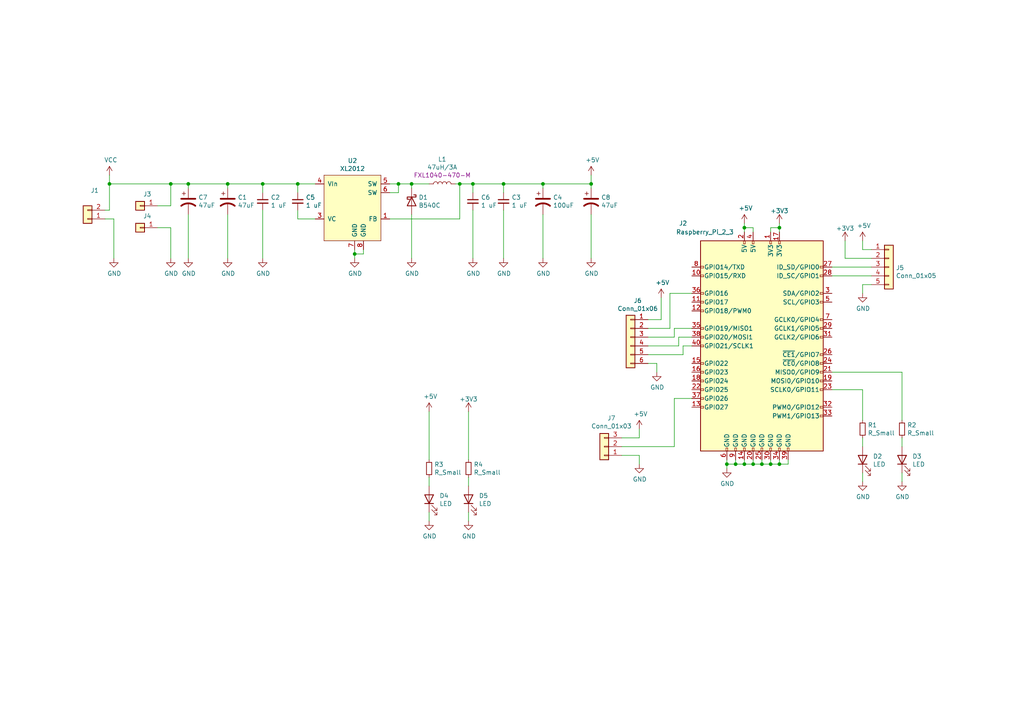
<source format=kicad_sch>
(kicad_sch (version 20211123) (generator eeschema)

  (uuid bdc7face-9f7c-4701-80bb-4cc144448db1)

  (paper "A4")

  (lib_symbols
    (symbol "Connector:Raspberry_Pi_2_3" (pin_names (offset 1.016)) (in_bom yes) (on_board yes)
      (property "Reference" "J" (id 0) (at -17.78 31.75 0)
        (effects (font (size 1.27 1.27)) (justify left bottom))
      )
      (property "Value" "Raspberry_Pi_2_3" (id 1) (at 10.16 -31.75 0)
        (effects (font (size 1.27 1.27)) (justify left top))
      )
      (property "Footprint" "" (id 2) (at 0 0 0)
        (effects (font (size 1.27 1.27)) hide)
      )
      (property "Datasheet" "https://www.raspberrypi.org/documentation/hardware/raspberrypi/schematics/rpi_SCH_3bplus_1p0_reduced.pdf" (id 3) (at 0 0 0)
        (effects (font (size 1.27 1.27)) hide)
      )
      (property "ki_keywords" "raspberrypi gpio" (id 4) (at 0 0 0)
        (effects (font (size 1.27 1.27)) hide)
      )
      (property "ki_description" "expansion header for Raspberry Pi 2 & 3" (id 5) (at 0 0 0)
        (effects (font (size 1.27 1.27)) hide)
      )
      (property "ki_fp_filters" "PinHeader*2x20*P2.54mm*Vertical* PinSocket*2x20*P2.54mm*Vertical*" (id 6) (at 0 0 0)
        (effects (font (size 1.27 1.27)) hide)
      )
      (symbol "Raspberry_Pi_2_3_0_1"
        (rectangle (start -17.78 30.48) (end 17.78 -30.48)
          (stroke (width 0.254) (type default) (color 0 0 0 0))
          (fill (type background))
        )
      )
      (symbol "Raspberry_Pi_2_3_1_1"
        (rectangle (start -16.891 -17.526) (end -17.78 -18.034)
          (stroke (width 0) (type default) (color 0 0 0 0))
          (fill (type none))
        )
        (rectangle (start -16.891 -14.986) (end -17.78 -15.494)
          (stroke (width 0) (type default) (color 0 0 0 0))
          (fill (type none))
        )
        (rectangle (start -16.891 -12.446) (end -17.78 -12.954)
          (stroke (width 0) (type default) (color 0 0 0 0))
          (fill (type none))
        )
        (rectangle (start -16.891 -9.906) (end -17.78 -10.414)
          (stroke (width 0) (type default) (color 0 0 0 0))
          (fill (type none))
        )
        (rectangle (start -16.891 -7.366) (end -17.78 -7.874)
          (stroke (width 0) (type default) (color 0 0 0 0))
          (fill (type none))
        )
        (rectangle (start -16.891 -4.826) (end -17.78 -5.334)
          (stroke (width 0) (type default) (color 0 0 0 0))
          (fill (type none))
        )
        (rectangle (start -16.891 0.254) (end -17.78 -0.254)
          (stroke (width 0) (type default) (color 0 0 0 0))
          (fill (type none))
        )
        (rectangle (start -16.891 2.794) (end -17.78 2.286)
          (stroke (width 0) (type default) (color 0 0 0 0))
          (fill (type none))
        )
        (rectangle (start -16.891 5.334) (end -17.78 4.826)
          (stroke (width 0) (type default) (color 0 0 0 0))
          (fill (type none))
        )
        (rectangle (start -16.891 10.414) (end -17.78 9.906)
          (stroke (width 0) (type default) (color 0 0 0 0))
          (fill (type none))
        )
        (rectangle (start -16.891 12.954) (end -17.78 12.446)
          (stroke (width 0) (type default) (color 0 0 0 0))
          (fill (type none))
        )
        (rectangle (start -16.891 15.494) (end -17.78 14.986)
          (stroke (width 0) (type default) (color 0 0 0 0))
          (fill (type none))
        )
        (rectangle (start -16.891 20.574) (end -17.78 20.066)
          (stroke (width 0) (type default) (color 0 0 0 0))
          (fill (type none))
        )
        (rectangle (start -16.891 23.114) (end -17.78 22.606)
          (stroke (width 0) (type default) (color 0 0 0 0))
          (fill (type none))
        )
        (rectangle (start -10.414 -29.591) (end -9.906 -30.48)
          (stroke (width 0) (type default) (color 0 0 0 0))
          (fill (type none))
        )
        (rectangle (start -7.874 -29.591) (end -7.366 -30.48)
          (stroke (width 0) (type default) (color 0 0 0 0))
          (fill (type none))
        )
        (rectangle (start -5.334 -29.591) (end -4.826 -30.48)
          (stroke (width 0) (type default) (color 0 0 0 0))
          (fill (type none))
        )
        (rectangle (start -5.334 30.48) (end -4.826 29.591)
          (stroke (width 0) (type default) (color 0 0 0 0))
          (fill (type none))
        )
        (rectangle (start -2.794 -29.591) (end -2.286 -30.48)
          (stroke (width 0) (type default) (color 0 0 0 0))
          (fill (type none))
        )
        (rectangle (start -2.794 30.48) (end -2.286 29.591)
          (stroke (width 0) (type default) (color 0 0 0 0))
          (fill (type none))
        )
        (rectangle (start -0.254 -29.591) (end 0.254 -30.48)
          (stroke (width 0) (type default) (color 0 0 0 0))
          (fill (type none))
        )
        (rectangle (start 2.286 -29.591) (end 2.794 -30.48)
          (stroke (width 0) (type default) (color 0 0 0 0))
          (fill (type none))
        )
        (rectangle (start 2.286 30.48) (end 2.794 29.591)
          (stroke (width 0) (type default) (color 0 0 0 0))
          (fill (type none))
        )
        (rectangle (start 4.826 -29.591) (end 5.334 -30.48)
          (stroke (width 0) (type default) (color 0 0 0 0))
          (fill (type none))
        )
        (rectangle (start 4.826 30.48) (end 5.334 29.591)
          (stroke (width 0) (type default) (color 0 0 0 0))
          (fill (type none))
        )
        (rectangle (start 7.366 -29.591) (end 7.874 -30.48)
          (stroke (width 0) (type default) (color 0 0 0 0))
          (fill (type none))
        )
        (rectangle (start 17.78 -20.066) (end 16.891 -20.574)
          (stroke (width 0) (type default) (color 0 0 0 0))
          (fill (type none))
        )
        (rectangle (start 17.78 -17.526) (end 16.891 -18.034)
          (stroke (width 0) (type default) (color 0 0 0 0))
          (fill (type none))
        )
        (rectangle (start 17.78 -12.446) (end 16.891 -12.954)
          (stroke (width 0) (type default) (color 0 0 0 0))
          (fill (type none))
        )
        (rectangle (start 17.78 -9.906) (end 16.891 -10.414)
          (stroke (width 0) (type default) (color 0 0 0 0))
          (fill (type none))
        )
        (rectangle (start 17.78 -7.366) (end 16.891 -7.874)
          (stroke (width 0) (type default) (color 0 0 0 0))
          (fill (type none))
        )
        (rectangle (start 17.78 -4.826) (end 16.891 -5.334)
          (stroke (width 0) (type default) (color 0 0 0 0))
          (fill (type none))
        )
        (rectangle (start 17.78 -2.286) (end 16.891 -2.794)
          (stroke (width 0) (type default) (color 0 0 0 0))
          (fill (type none))
        )
        (rectangle (start 17.78 2.794) (end 16.891 2.286)
          (stroke (width 0) (type default) (color 0 0 0 0))
          (fill (type none))
        )
        (rectangle (start 17.78 5.334) (end 16.891 4.826)
          (stroke (width 0) (type default) (color 0 0 0 0))
          (fill (type none))
        )
        (rectangle (start 17.78 7.874) (end 16.891 7.366)
          (stroke (width 0) (type default) (color 0 0 0 0))
          (fill (type none))
        )
        (rectangle (start 17.78 12.954) (end 16.891 12.446)
          (stroke (width 0) (type default) (color 0 0 0 0))
          (fill (type none))
        )
        (rectangle (start 17.78 15.494) (end 16.891 14.986)
          (stroke (width 0) (type default) (color 0 0 0 0))
          (fill (type none))
        )
        (rectangle (start 17.78 20.574) (end 16.891 20.066)
          (stroke (width 0) (type default) (color 0 0 0 0))
          (fill (type none))
        )
        (rectangle (start 17.78 23.114) (end 16.891 22.606)
          (stroke (width 0) (type default) (color 0 0 0 0))
          (fill (type none))
        )
        (pin power_in line (at 2.54 33.02 270) (length 2.54)
          (name "3V3" (effects (font (size 1.27 1.27))))
          (number "1" (effects (font (size 1.27 1.27))))
        )
        (pin bidirectional line (at -20.32 20.32 0) (length 2.54)
          (name "GPIO15/RXD" (effects (font (size 1.27 1.27))))
          (number "10" (effects (font (size 1.27 1.27))))
        )
        (pin bidirectional line (at -20.32 12.7 0) (length 2.54)
          (name "GPIO17" (effects (font (size 1.27 1.27))))
          (number "11" (effects (font (size 1.27 1.27))))
        )
        (pin bidirectional line (at -20.32 10.16 0) (length 2.54)
          (name "GPIO18/PWM0" (effects (font (size 1.27 1.27))))
          (number "12" (effects (font (size 1.27 1.27))))
        )
        (pin bidirectional line (at -20.32 -17.78 0) (length 2.54)
          (name "GPIO27" (effects (font (size 1.27 1.27))))
          (number "13" (effects (font (size 1.27 1.27))))
        )
        (pin power_in line (at -5.08 -33.02 90) (length 2.54)
          (name "GND" (effects (font (size 1.27 1.27))))
          (number "14" (effects (font (size 1.27 1.27))))
        )
        (pin bidirectional line (at -20.32 -5.08 0) (length 2.54)
          (name "GPIO22" (effects (font (size 1.27 1.27))))
          (number "15" (effects (font (size 1.27 1.27))))
        )
        (pin bidirectional line (at -20.32 -7.62 0) (length 2.54)
          (name "GPIO23" (effects (font (size 1.27 1.27))))
          (number "16" (effects (font (size 1.27 1.27))))
        )
        (pin power_in line (at 5.08 33.02 270) (length 2.54)
          (name "3V3" (effects (font (size 1.27 1.27))))
          (number "17" (effects (font (size 1.27 1.27))))
        )
        (pin bidirectional line (at -20.32 -10.16 0) (length 2.54)
          (name "GPIO24" (effects (font (size 1.27 1.27))))
          (number "18" (effects (font (size 1.27 1.27))))
        )
        (pin bidirectional line (at 20.32 -10.16 180) (length 2.54)
          (name "MOSI0/GPIO10" (effects (font (size 1.27 1.27))))
          (number "19" (effects (font (size 1.27 1.27))))
        )
        (pin power_in line (at -5.08 33.02 270) (length 2.54)
          (name "5V" (effects (font (size 1.27 1.27))))
          (number "2" (effects (font (size 1.27 1.27))))
        )
        (pin power_in line (at -2.54 -33.02 90) (length 2.54)
          (name "GND" (effects (font (size 1.27 1.27))))
          (number "20" (effects (font (size 1.27 1.27))))
        )
        (pin bidirectional line (at 20.32 -7.62 180) (length 2.54)
          (name "MISO0/GPIO9" (effects (font (size 1.27 1.27))))
          (number "21" (effects (font (size 1.27 1.27))))
        )
        (pin bidirectional line (at -20.32 -12.7 0) (length 2.54)
          (name "GPIO25" (effects (font (size 1.27 1.27))))
          (number "22" (effects (font (size 1.27 1.27))))
        )
        (pin bidirectional line (at 20.32 -12.7 180) (length 2.54)
          (name "SCLK0/GPIO11" (effects (font (size 1.27 1.27))))
          (number "23" (effects (font (size 1.27 1.27))))
        )
        (pin bidirectional line (at 20.32 -5.08 180) (length 2.54)
          (name "~{CE0}/GPIO8" (effects (font (size 1.27 1.27))))
          (number "24" (effects (font (size 1.27 1.27))))
        )
        (pin power_in line (at 0 -33.02 90) (length 2.54)
          (name "GND" (effects (font (size 1.27 1.27))))
          (number "25" (effects (font (size 1.27 1.27))))
        )
        (pin bidirectional line (at 20.32 -2.54 180) (length 2.54)
          (name "~{CE1}/GPIO7" (effects (font (size 1.27 1.27))))
          (number "26" (effects (font (size 1.27 1.27))))
        )
        (pin bidirectional line (at 20.32 22.86 180) (length 2.54)
          (name "ID_SD/GPIO0" (effects (font (size 1.27 1.27))))
          (number "27" (effects (font (size 1.27 1.27))))
        )
        (pin bidirectional line (at 20.32 20.32 180) (length 2.54)
          (name "ID_SC/GPIO1" (effects (font (size 1.27 1.27))))
          (number "28" (effects (font (size 1.27 1.27))))
        )
        (pin bidirectional line (at 20.32 5.08 180) (length 2.54)
          (name "GCLK1/GPIO5" (effects (font (size 1.27 1.27))))
          (number "29" (effects (font (size 1.27 1.27))))
        )
        (pin bidirectional line (at 20.32 15.24 180) (length 2.54)
          (name "SDA/GPIO2" (effects (font (size 1.27 1.27))))
          (number "3" (effects (font (size 1.27 1.27))))
        )
        (pin power_in line (at 2.54 -33.02 90) (length 2.54)
          (name "GND" (effects (font (size 1.27 1.27))))
          (number "30" (effects (font (size 1.27 1.27))))
        )
        (pin bidirectional line (at 20.32 2.54 180) (length 2.54)
          (name "GCLK2/GPIO6" (effects (font (size 1.27 1.27))))
          (number "31" (effects (font (size 1.27 1.27))))
        )
        (pin bidirectional line (at 20.32 -17.78 180) (length 2.54)
          (name "PWM0/GPIO12" (effects (font (size 1.27 1.27))))
          (number "32" (effects (font (size 1.27 1.27))))
        )
        (pin bidirectional line (at 20.32 -20.32 180) (length 2.54)
          (name "PWM1/GPIO13" (effects (font (size 1.27 1.27))))
          (number "33" (effects (font (size 1.27 1.27))))
        )
        (pin power_in line (at 5.08 -33.02 90) (length 2.54)
          (name "GND" (effects (font (size 1.27 1.27))))
          (number "34" (effects (font (size 1.27 1.27))))
        )
        (pin bidirectional line (at -20.32 5.08 0) (length 2.54)
          (name "GPIO19/MISO1" (effects (font (size 1.27 1.27))))
          (number "35" (effects (font (size 1.27 1.27))))
        )
        (pin bidirectional line (at -20.32 15.24 0) (length 2.54)
          (name "GPIO16" (effects (font (size 1.27 1.27))))
          (number "36" (effects (font (size 1.27 1.27))))
        )
        (pin bidirectional line (at -20.32 -15.24 0) (length 2.54)
          (name "GPIO26" (effects (font (size 1.27 1.27))))
          (number "37" (effects (font (size 1.27 1.27))))
        )
        (pin bidirectional line (at -20.32 2.54 0) (length 2.54)
          (name "GPIO20/MOSI1" (effects (font (size 1.27 1.27))))
          (number "38" (effects (font (size 1.27 1.27))))
        )
        (pin power_in line (at 7.62 -33.02 90) (length 2.54)
          (name "GND" (effects (font (size 1.27 1.27))))
          (number "39" (effects (font (size 1.27 1.27))))
        )
        (pin power_in line (at -2.54 33.02 270) (length 2.54)
          (name "5V" (effects (font (size 1.27 1.27))))
          (number "4" (effects (font (size 1.27 1.27))))
        )
        (pin bidirectional line (at -20.32 0 0) (length 2.54)
          (name "GPIO21/SCLK1" (effects (font (size 1.27 1.27))))
          (number "40" (effects (font (size 1.27 1.27))))
        )
        (pin bidirectional line (at 20.32 12.7 180) (length 2.54)
          (name "SCL/GPIO3" (effects (font (size 1.27 1.27))))
          (number "5" (effects (font (size 1.27 1.27))))
        )
        (pin power_in line (at -10.16 -33.02 90) (length 2.54)
          (name "GND" (effects (font (size 1.27 1.27))))
          (number "6" (effects (font (size 1.27 1.27))))
        )
        (pin bidirectional line (at 20.32 7.62 180) (length 2.54)
          (name "GCLK0/GPIO4" (effects (font (size 1.27 1.27))))
          (number "7" (effects (font (size 1.27 1.27))))
        )
        (pin bidirectional line (at -20.32 22.86 0) (length 2.54)
          (name "GPIO14/TXD" (effects (font (size 1.27 1.27))))
          (number "8" (effects (font (size 1.27 1.27))))
        )
        (pin power_in line (at -7.62 -33.02 90) (length 2.54)
          (name "GND" (effects (font (size 1.27 1.27))))
          (number "9" (effects (font (size 1.27 1.27))))
        )
      )
    )
    (symbol "Connector_Generic:Conn_01x01" (pin_names (offset 1.016) hide) (in_bom yes) (on_board yes)
      (property "Reference" "J" (id 0) (at 0 2.54 0)
        (effects (font (size 1.27 1.27)))
      )
      (property "Value" "Conn_01x01" (id 1) (at 0 -2.54 0)
        (effects (font (size 1.27 1.27)))
      )
      (property "Footprint" "" (id 2) (at 0 0 0)
        (effects (font (size 1.27 1.27)) hide)
      )
      (property "Datasheet" "~" (id 3) (at 0 0 0)
        (effects (font (size 1.27 1.27)) hide)
      )
      (property "ki_keywords" "connector" (id 4) (at 0 0 0)
        (effects (font (size 1.27 1.27)) hide)
      )
      (property "ki_description" "Generic connector, single row, 01x01, script generated (kicad-library-utils/schlib/autogen/connector/)" (id 5) (at 0 0 0)
        (effects (font (size 1.27 1.27)) hide)
      )
      (property "ki_fp_filters" "Connector*:*_1x??_*" (id 6) (at 0 0 0)
        (effects (font (size 1.27 1.27)) hide)
      )
      (symbol "Conn_01x01_1_1"
        (rectangle (start -1.27 0.127) (end 0 -0.127)
          (stroke (width 0.1524) (type default) (color 0 0 0 0))
          (fill (type none))
        )
        (rectangle (start -1.27 1.27) (end 1.27 -1.27)
          (stroke (width 0.254) (type default) (color 0 0 0 0))
          (fill (type background))
        )
        (pin passive line (at -5.08 0 0) (length 3.81)
          (name "Pin_1" (effects (font (size 1.27 1.27))))
          (number "1" (effects (font (size 1.27 1.27))))
        )
      )
    )
    (symbol "Connector_Generic:Conn_01x02" (pin_names (offset 1.016) hide) (in_bom yes) (on_board yes)
      (property "Reference" "J" (id 0) (at 0 2.54 0)
        (effects (font (size 1.27 1.27)))
      )
      (property "Value" "Conn_01x02" (id 1) (at 0 -5.08 0)
        (effects (font (size 1.27 1.27)))
      )
      (property "Footprint" "" (id 2) (at 0 0 0)
        (effects (font (size 1.27 1.27)) hide)
      )
      (property "Datasheet" "~" (id 3) (at 0 0 0)
        (effects (font (size 1.27 1.27)) hide)
      )
      (property "ki_keywords" "connector" (id 4) (at 0 0 0)
        (effects (font (size 1.27 1.27)) hide)
      )
      (property "ki_description" "Generic connector, single row, 01x02, script generated (kicad-library-utils/schlib/autogen/connector/)" (id 5) (at 0 0 0)
        (effects (font (size 1.27 1.27)) hide)
      )
      (property "ki_fp_filters" "Connector*:*_1x??_*" (id 6) (at 0 0 0)
        (effects (font (size 1.27 1.27)) hide)
      )
      (symbol "Conn_01x02_1_1"
        (rectangle (start -1.27 -2.413) (end 0 -2.667)
          (stroke (width 0.1524) (type default) (color 0 0 0 0))
          (fill (type none))
        )
        (rectangle (start -1.27 0.127) (end 0 -0.127)
          (stroke (width 0.1524) (type default) (color 0 0 0 0))
          (fill (type none))
        )
        (rectangle (start -1.27 1.27) (end 1.27 -3.81)
          (stroke (width 0.254) (type default) (color 0 0 0 0))
          (fill (type background))
        )
        (pin passive line (at -5.08 0 0) (length 3.81)
          (name "Pin_1" (effects (font (size 1.27 1.27))))
          (number "1" (effects (font (size 1.27 1.27))))
        )
        (pin passive line (at -5.08 -2.54 0) (length 3.81)
          (name "Pin_2" (effects (font (size 1.27 1.27))))
          (number "2" (effects (font (size 1.27 1.27))))
        )
      )
    )
    (symbol "Connector_Generic:Conn_01x03" (pin_names (offset 1.016) hide) (in_bom yes) (on_board yes)
      (property "Reference" "J" (id 0) (at 0 5.08 0)
        (effects (font (size 1.27 1.27)))
      )
      (property "Value" "Conn_01x03" (id 1) (at 0 -5.08 0)
        (effects (font (size 1.27 1.27)))
      )
      (property "Footprint" "" (id 2) (at 0 0 0)
        (effects (font (size 1.27 1.27)) hide)
      )
      (property "Datasheet" "~" (id 3) (at 0 0 0)
        (effects (font (size 1.27 1.27)) hide)
      )
      (property "ki_keywords" "connector" (id 4) (at 0 0 0)
        (effects (font (size 1.27 1.27)) hide)
      )
      (property "ki_description" "Generic connector, single row, 01x03, script generated (kicad-library-utils/schlib/autogen/connector/)" (id 5) (at 0 0 0)
        (effects (font (size 1.27 1.27)) hide)
      )
      (property "ki_fp_filters" "Connector*:*_1x??_*" (id 6) (at 0 0 0)
        (effects (font (size 1.27 1.27)) hide)
      )
      (symbol "Conn_01x03_1_1"
        (rectangle (start -1.27 -2.413) (end 0 -2.667)
          (stroke (width 0.1524) (type default) (color 0 0 0 0))
          (fill (type none))
        )
        (rectangle (start -1.27 0.127) (end 0 -0.127)
          (stroke (width 0.1524) (type default) (color 0 0 0 0))
          (fill (type none))
        )
        (rectangle (start -1.27 2.667) (end 0 2.413)
          (stroke (width 0.1524) (type default) (color 0 0 0 0))
          (fill (type none))
        )
        (rectangle (start -1.27 3.81) (end 1.27 -3.81)
          (stroke (width 0.254) (type default) (color 0 0 0 0))
          (fill (type background))
        )
        (pin passive line (at -5.08 2.54 0) (length 3.81)
          (name "Pin_1" (effects (font (size 1.27 1.27))))
          (number "1" (effects (font (size 1.27 1.27))))
        )
        (pin passive line (at -5.08 0 0) (length 3.81)
          (name "Pin_2" (effects (font (size 1.27 1.27))))
          (number "2" (effects (font (size 1.27 1.27))))
        )
        (pin passive line (at -5.08 -2.54 0) (length 3.81)
          (name "Pin_3" (effects (font (size 1.27 1.27))))
          (number "3" (effects (font (size 1.27 1.27))))
        )
      )
    )
    (symbol "Connector_Generic:Conn_01x05" (pin_names (offset 1.016) hide) (in_bom yes) (on_board yes)
      (property "Reference" "J" (id 0) (at 0 7.62 0)
        (effects (font (size 1.27 1.27)))
      )
      (property "Value" "Conn_01x05" (id 1) (at 0 -7.62 0)
        (effects (font (size 1.27 1.27)))
      )
      (property "Footprint" "" (id 2) (at 0 0 0)
        (effects (font (size 1.27 1.27)) hide)
      )
      (property "Datasheet" "~" (id 3) (at 0 0 0)
        (effects (font (size 1.27 1.27)) hide)
      )
      (property "ki_keywords" "connector" (id 4) (at 0 0 0)
        (effects (font (size 1.27 1.27)) hide)
      )
      (property "ki_description" "Generic connector, single row, 01x05, script generated (kicad-library-utils/schlib/autogen/connector/)" (id 5) (at 0 0 0)
        (effects (font (size 1.27 1.27)) hide)
      )
      (property "ki_fp_filters" "Connector*:*_1x??_*" (id 6) (at 0 0 0)
        (effects (font (size 1.27 1.27)) hide)
      )
      (symbol "Conn_01x05_1_1"
        (rectangle (start -1.27 -4.953) (end 0 -5.207)
          (stroke (width 0.1524) (type default) (color 0 0 0 0))
          (fill (type none))
        )
        (rectangle (start -1.27 -2.413) (end 0 -2.667)
          (stroke (width 0.1524) (type default) (color 0 0 0 0))
          (fill (type none))
        )
        (rectangle (start -1.27 0.127) (end 0 -0.127)
          (stroke (width 0.1524) (type default) (color 0 0 0 0))
          (fill (type none))
        )
        (rectangle (start -1.27 2.667) (end 0 2.413)
          (stroke (width 0.1524) (type default) (color 0 0 0 0))
          (fill (type none))
        )
        (rectangle (start -1.27 5.207) (end 0 4.953)
          (stroke (width 0.1524) (type default) (color 0 0 0 0))
          (fill (type none))
        )
        (rectangle (start -1.27 6.35) (end 1.27 -6.35)
          (stroke (width 0.254) (type default) (color 0 0 0 0))
          (fill (type background))
        )
        (pin passive line (at -5.08 5.08 0) (length 3.81)
          (name "Pin_1" (effects (font (size 1.27 1.27))))
          (number "1" (effects (font (size 1.27 1.27))))
        )
        (pin passive line (at -5.08 2.54 0) (length 3.81)
          (name "Pin_2" (effects (font (size 1.27 1.27))))
          (number "2" (effects (font (size 1.27 1.27))))
        )
        (pin passive line (at -5.08 0 0) (length 3.81)
          (name "Pin_3" (effects (font (size 1.27 1.27))))
          (number "3" (effects (font (size 1.27 1.27))))
        )
        (pin passive line (at -5.08 -2.54 0) (length 3.81)
          (name "Pin_4" (effects (font (size 1.27 1.27))))
          (number "4" (effects (font (size 1.27 1.27))))
        )
        (pin passive line (at -5.08 -5.08 0) (length 3.81)
          (name "Pin_5" (effects (font (size 1.27 1.27))))
          (number "5" (effects (font (size 1.27 1.27))))
        )
      )
    )
    (symbol "Connector_Generic:Conn_01x06" (pin_names (offset 1.016) hide) (in_bom yes) (on_board yes)
      (property "Reference" "J" (id 0) (at 0 7.62 0)
        (effects (font (size 1.27 1.27)))
      )
      (property "Value" "Conn_01x06" (id 1) (at 0 -10.16 0)
        (effects (font (size 1.27 1.27)))
      )
      (property "Footprint" "" (id 2) (at 0 0 0)
        (effects (font (size 1.27 1.27)) hide)
      )
      (property "Datasheet" "~" (id 3) (at 0 0 0)
        (effects (font (size 1.27 1.27)) hide)
      )
      (property "ki_keywords" "connector" (id 4) (at 0 0 0)
        (effects (font (size 1.27 1.27)) hide)
      )
      (property "ki_description" "Generic connector, single row, 01x06, script generated (kicad-library-utils/schlib/autogen/connector/)" (id 5) (at 0 0 0)
        (effects (font (size 1.27 1.27)) hide)
      )
      (property "ki_fp_filters" "Connector*:*_1x??_*" (id 6) (at 0 0 0)
        (effects (font (size 1.27 1.27)) hide)
      )
      (symbol "Conn_01x06_1_1"
        (rectangle (start -1.27 -7.493) (end 0 -7.747)
          (stroke (width 0.1524) (type default) (color 0 0 0 0))
          (fill (type none))
        )
        (rectangle (start -1.27 -4.953) (end 0 -5.207)
          (stroke (width 0.1524) (type default) (color 0 0 0 0))
          (fill (type none))
        )
        (rectangle (start -1.27 -2.413) (end 0 -2.667)
          (stroke (width 0.1524) (type default) (color 0 0 0 0))
          (fill (type none))
        )
        (rectangle (start -1.27 0.127) (end 0 -0.127)
          (stroke (width 0.1524) (type default) (color 0 0 0 0))
          (fill (type none))
        )
        (rectangle (start -1.27 2.667) (end 0 2.413)
          (stroke (width 0.1524) (type default) (color 0 0 0 0))
          (fill (type none))
        )
        (rectangle (start -1.27 5.207) (end 0 4.953)
          (stroke (width 0.1524) (type default) (color 0 0 0 0))
          (fill (type none))
        )
        (rectangle (start -1.27 6.35) (end 1.27 -8.89)
          (stroke (width 0.254) (type default) (color 0 0 0 0))
          (fill (type background))
        )
        (pin passive line (at -5.08 5.08 0) (length 3.81)
          (name "Pin_1" (effects (font (size 1.27 1.27))))
          (number "1" (effects (font (size 1.27 1.27))))
        )
        (pin passive line (at -5.08 2.54 0) (length 3.81)
          (name "Pin_2" (effects (font (size 1.27 1.27))))
          (number "2" (effects (font (size 1.27 1.27))))
        )
        (pin passive line (at -5.08 0 0) (length 3.81)
          (name "Pin_3" (effects (font (size 1.27 1.27))))
          (number "3" (effects (font (size 1.27 1.27))))
        )
        (pin passive line (at -5.08 -2.54 0) (length 3.81)
          (name "Pin_4" (effects (font (size 1.27 1.27))))
          (number "4" (effects (font (size 1.27 1.27))))
        )
        (pin passive line (at -5.08 -5.08 0) (length 3.81)
          (name "Pin_5" (effects (font (size 1.27 1.27))))
          (number "5" (effects (font (size 1.27 1.27))))
        )
        (pin passive line (at -5.08 -7.62 0) (length 3.81)
          (name "Pin_6" (effects (font (size 1.27 1.27))))
          (number "6" (effects (font (size 1.27 1.27))))
        )
      )
    )
    (symbol "Device:CP1" (pin_numbers hide) (pin_names (offset 0.254) hide) (in_bom yes) (on_board yes)
      (property "Reference" "C" (id 0) (at 0.635 2.54 0)
        (effects (font (size 1.27 1.27)) (justify left))
      )
      (property "Value" "Device_CP1" (id 1) (at 0.635 -2.54 0)
        (effects (font (size 1.27 1.27)) (justify left))
      )
      (property "Footprint" "" (id 2) (at 0 0 0)
        (effects (font (size 1.27 1.27)) hide)
      )
      (property "Datasheet" "" (id 3) (at 0 0 0)
        (effects (font (size 1.27 1.27)) hide)
      )
      (property "ki_fp_filters" "CP_*" (id 4) (at 0 0 0)
        (effects (font (size 1.27 1.27)) hide)
      )
      (symbol "CP1_0_1"
        (polyline
          (pts
            (xy -2.032 0.762)
            (xy 2.032 0.762)
          )
          (stroke (width 0.508) (type default) (color 0 0 0 0))
          (fill (type none))
        )
        (polyline
          (pts
            (xy -1.778 2.286)
            (xy -0.762 2.286)
          )
          (stroke (width 0) (type default) (color 0 0 0 0))
          (fill (type none))
        )
        (polyline
          (pts
            (xy -1.27 1.778)
            (xy -1.27 2.794)
          )
          (stroke (width 0) (type default) (color 0 0 0 0))
          (fill (type none))
        )
        (arc (start 2.032 -1.27) (mid 0 -0.5572) (end -2.032 -1.27)
          (stroke (width 0.508) (type default) (color 0 0 0 0))
          (fill (type none))
        )
      )
      (symbol "CP1_1_1"
        (pin passive line (at 0 3.81 270) (length 2.794)
          (name "~" (effects (font (size 1.27 1.27))))
          (number "1" (effects (font (size 1.27 1.27))))
        )
        (pin passive line (at 0 -3.81 90) (length 3.302)
          (name "~" (effects (font (size 1.27 1.27))))
          (number "2" (effects (font (size 1.27 1.27))))
        )
      )
    )
    (symbol "Device:C_Small" (pin_numbers hide) (pin_names (offset 0.254) hide) (in_bom yes) (on_board yes)
      (property "Reference" "C" (id 0) (at 0.254 1.778 0)
        (effects (font (size 1.27 1.27)) (justify left))
      )
      (property "Value" "C_Small" (id 1) (at 0.254 -2.032 0)
        (effects (font (size 1.27 1.27)) (justify left))
      )
      (property "Footprint" "" (id 2) (at 0 0 0)
        (effects (font (size 1.27 1.27)) hide)
      )
      (property "Datasheet" "~" (id 3) (at 0 0 0)
        (effects (font (size 1.27 1.27)) hide)
      )
      (property "ki_keywords" "capacitor cap" (id 4) (at 0 0 0)
        (effects (font (size 1.27 1.27)) hide)
      )
      (property "ki_description" "Unpolarized capacitor, small symbol" (id 5) (at 0 0 0)
        (effects (font (size 1.27 1.27)) hide)
      )
      (property "ki_fp_filters" "C_*" (id 6) (at 0 0 0)
        (effects (font (size 1.27 1.27)) hide)
      )
      (symbol "C_Small_0_1"
        (polyline
          (pts
            (xy -1.524 -0.508)
            (xy 1.524 -0.508)
          )
          (stroke (width 0.3302) (type default) (color 0 0 0 0))
          (fill (type none))
        )
        (polyline
          (pts
            (xy -1.524 0.508)
            (xy 1.524 0.508)
          )
          (stroke (width 0.3048) (type default) (color 0 0 0 0))
          (fill (type none))
        )
      )
      (symbol "C_Small_1_1"
        (pin passive line (at 0 2.54 270) (length 2.032)
          (name "~" (effects (font (size 1.27 1.27))))
          (number "1" (effects (font (size 1.27 1.27))))
        )
        (pin passive line (at 0 -2.54 90) (length 2.032)
          (name "~" (effects (font (size 1.27 1.27))))
          (number "2" (effects (font (size 1.27 1.27))))
        )
      )
    )
    (symbol "Device:D_Schottky" (pin_numbers hide) (pin_names (offset 1.016) hide) (in_bom yes) (on_board yes)
      (property "Reference" "D" (id 0) (at 0 2.54 0)
        (effects (font (size 1.27 1.27)))
      )
      (property "Value" "D_Schottky" (id 1) (at 0 -2.54 0)
        (effects (font (size 1.27 1.27)))
      )
      (property "Footprint" "" (id 2) (at 0 0 0)
        (effects (font (size 1.27 1.27)) hide)
      )
      (property "Datasheet" "~" (id 3) (at 0 0 0)
        (effects (font (size 1.27 1.27)) hide)
      )
      (property "ki_keywords" "diode Schottky" (id 4) (at 0 0 0)
        (effects (font (size 1.27 1.27)) hide)
      )
      (property "ki_description" "Schottky diode" (id 5) (at 0 0 0)
        (effects (font (size 1.27 1.27)) hide)
      )
      (property "ki_fp_filters" "TO-???* *_Diode_* *SingleDiode* D_*" (id 6) (at 0 0 0)
        (effects (font (size 1.27 1.27)) hide)
      )
      (symbol "D_Schottky_0_1"
        (polyline
          (pts
            (xy 1.27 0)
            (xy -1.27 0)
          )
          (stroke (width 0) (type default) (color 0 0 0 0))
          (fill (type none))
        )
        (polyline
          (pts
            (xy 1.27 1.27)
            (xy 1.27 -1.27)
            (xy -1.27 0)
            (xy 1.27 1.27)
          )
          (stroke (width 0.254) (type default) (color 0 0 0 0))
          (fill (type none))
        )
        (polyline
          (pts
            (xy -1.905 0.635)
            (xy -1.905 1.27)
            (xy -1.27 1.27)
            (xy -1.27 -1.27)
            (xy -0.635 -1.27)
            (xy -0.635 -0.635)
          )
          (stroke (width 0.254) (type default) (color 0 0 0 0))
          (fill (type none))
        )
      )
      (symbol "D_Schottky_1_1"
        (pin passive line (at -3.81 0 0) (length 2.54)
          (name "K" (effects (font (size 1.27 1.27))))
          (number "1" (effects (font (size 1.27 1.27))))
        )
        (pin passive line (at 3.81 0 180) (length 2.54)
          (name "A" (effects (font (size 1.27 1.27))))
          (number "2" (effects (font (size 1.27 1.27))))
        )
      )
    )
    (symbol "Device:L" (pin_numbers hide) (pin_names (offset 1.016) hide) (in_bom yes) (on_board yes)
      (property "Reference" "L" (id 0) (at -1.27 0 90)
        (effects (font (size 1.27 1.27)))
      )
      (property "Value" "L" (id 1) (at 1.905 0 90)
        (effects (font (size 1.27 1.27)))
      )
      (property "Footprint" "" (id 2) (at 0 0 0)
        (effects (font (size 1.27 1.27)) hide)
      )
      (property "Datasheet" "~" (id 3) (at 0 0 0)
        (effects (font (size 1.27 1.27)) hide)
      )
      (property "ki_keywords" "inductor choke coil reactor magnetic" (id 4) (at 0 0 0)
        (effects (font (size 1.27 1.27)) hide)
      )
      (property "ki_description" "Inductor" (id 5) (at 0 0 0)
        (effects (font (size 1.27 1.27)) hide)
      )
      (property "ki_fp_filters" "Choke_* *Coil* Inductor_* L_*" (id 6) (at 0 0 0)
        (effects (font (size 1.27 1.27)) hide)
      )
      (symbol "L_0_1"
        (arc (start 0 -2.54) (mid 0.635 -1.905) (end 0 -1.27)
          (stroke (width 0) (type default) (color 0 0 0 0))
          (fill (type none))
        )
        (arc (start 0 -1.27) (mid 0.635 -0.635) (end 0 0)
          (stroke (width 0) (type default) (color 0 0 0 0))
          (fill (type none))
        )
        (arc (start 0 0) (mid 0.635 0.635) (end 0 1.27)
          (stroke (width 0) (type default) (color 0 0 0 0))
          (fill (type none))
        )
        (arc (start 0 1.27) (mid 0.635 1.905) (end 0 2.54)
          (stroke (width 0) (type default) (color 0 0 0 0))
          (fill (type none))
        )
      )
      (symbol "L_1_1"
        (pin passive line (at 0 3.81 270) (length 1.27)
          (name "1" (effects (font (size 1.27 1.27))))
          (number "1" (effects (font (size 1.27 1.27))))
        )
        (pin passive line (at 0 -3.81 90) (length 1.27)
          (name "2" (effects (font (size 1.27 1.27))))
          (number "2" (effects (font (size 1.27 1.27))))
        )
      )
    )
    (symbol "Device:LED" (pin_numbers hide) (pin_names (offset 1.016) hide) (in_bom yes) (on_board yes)
      (property "Reference" "D" (id 0) (at 0 2.54 0)
        (effects (font (size 1.27 1.27)))
      )
      (property "Value" "LED" (id 1) (at 0 -2.54 0)
        (effects (font (size 1.27 1.27)))
      )
      (property "Footprint" "" (id 2) (at 0 0 0)
        (effects (font (size 1.27 1.27)) hide)
      )
      (property "Datasheet" "~" (id 3) (at 0 0 0)
        (effects (font (size 1.27 1.27)) hide)
      )
      (property "ki_keywords" "LED diode" (id 4) (at 0 0 0)
        (effects (font (size 1.27 1.27)) hide)
      )
      (property "ki_description" "Light emitting diode" (id 5) (at 0 0 0)
        (effects (font (size 1.27 1.27)) hide)
      )
      (property "ki_fp_filters" "LED* LED_SMD:* LED_THT:*" (id 6) (at 0 0 0)
        (effects (font (size 1.27 1.27)) hide)
      )
      (symbol "LED_0_1"
        (polyline
          (pts
            (xy -1.27 -1.27)
            (xy -1.27 1.27)
          )
          (stroke (width 0.254) (type default) (color 0 0 0 0))
          (fill (type none))
        )
        (polyline
          (pts
            (xy -1.27 0)
            (xy 1.27 0)
          )
          (stroke (width 0) (type default) (color 0 0 0 0))
          (fill (type none))
        )
        (polyline
          (pts
            (xy 1.27 -1.27)
            (xy 1.27 1.27)
            (xy -1.27 0)
            (xy 1.27 -1.27)
          )
          (stroke (width 0.254) (type default) (color 0 0 0 0))
          (fill (type none))
        )
        (polyline
          (pts
            (xy -3.048 -0.762)
            (xy -4.572 -2.286)
            (xy -3.81 -2.286)
            (xy -4.572 -2.286)
            (xy -4.572 -1.524)
          )
          (stroke (width 0) (type default) (color 0 0 0 0))
          (fill (type none))
        )
        (polyline
          (pts
            (xy -1.778 -0.762)
            (xy -3.302 -2.286)
            (xy -2.54 -2.286)
            (xy -3.302 -2.286)
            (xy -3.302 -1.524)
          )
          (stroke (width 0) (type default) (color 0 0 0 0))
          (fill (type none))
        )
      )
      (symbol "LED_1_1"
        (pin passive line (at -3.81 0 0) (length 2.54)
          (name "K" (effects (font (size 1.27 1.27))))
          (number "1" (effects (font (size 1.27 1.27))))
        )
        (pin passive line (at 3.81 0 180) (length 2.54)
          (name "A" (effects (font (size 1.27 1.27))))
          (number "2" (effects (font (size 1.27 1.27))))
        )
      )
    )
    (symbol "Device:R_Small" (pin_numbers hide) (pin_names (offset 0.254) hide) (in_bom yes) (on_board yes)
      (property "Reference" "R" (id 0) (at 0.762 0.508 0)
        (effects (font (size 1.27 1.27)) (justify left))
      )
      (property "Value" "R_Small" (id 1) (at 0.762 -1.016 0)
        (effects (font (size 1.27 1.27)) (justify left))
      )
      (property "Footprint" "" (id 2) (at 0 0 0)
        (effects (font (size 1.27 1.27)) hide)
      )
      (property "Datasheet" "~" (id 3) (at 0 0 0)
        (effects (font (size 1.27 1.27)) hide)
      )
      (property "ki_keywords" "R resistor" (id 4) (at 0 0 0)
        (effects (font (size 1.27 1.27)) hide)
      )
      (property "ki_description" "Resistor, small symbol" (id 5) (at 0 0 0)
        (effects (font (size 1.27 1.27)) hide)
      )
      (property "ki_fp_filters" "R_*" (id 6) (at 0 0 0)
        (effects (font (size 1.27 1.27)) hide)
      )
      (symbol "R_Small_0_1"
        (rectangle (start -0.762 1.778) (end 0.762 -1.778)
          (stroke (width 0.2032) (type default) (color 0 0 0 0))
          (fill (type none))
        )
      )
      (symbol "R_Small_1_1"
        (pin passive line (at 0 2.54 270) (length 0.762)
          (name "~" (effects (font (size 1.27 1.27))))
          (number "1" (effects (font (size 1.27 1.27))))
        )
        (pin passive line (at 0 -2.54 90) (length 0.762)
          (name "~" (effects (font (size 1.27 1.27))))
          (number "2" (effects (font (size 1.27 1.27))))
        )
      )
    )
    (symbol "custom:XL2001" (pin_names (offset 1.016)) (in_bom yes) (on_board yes)
      (property "Reference" "U" (id 0) (at -7.62 3.81 0)
        (effects (font (size 1.27 1.27)))
      )
      (property "Value" "XL2001" (id 1) (at -1.27 -5.08 0)
        (effects (font (size 1.27 1.27)))
      )
      (property "Footprint" "Package_SO:SOIC-8_3.9x4.9mm_P1.27mm" (id 2) (at 1.27 6.35 0)
        (effects (font (size 1.27 1.27)) hide)
      )
      (property "Datasheet" "" (id 3) (at 0 0 0)
        (effects (font (size 1.27 1.27)) hide)
      )
      (symbol "XL2001_0_1"
        (rectangle (start -8.89 -16.51) (end 7.62 2.54)
          (stroke (width 0) (type default) (color 0 0 0 0))
          (fill (type background))
        )
      )
      (symbol "XL2001_1_1"
        (pin input line (at 10.16 -10.16 180) (length 2.54)
          (name "FB" (effects (font (size 1.27 1.27))))
          (number "1" (effects (font (size 1.27 1.27))))
        )
        (pin input line (at -5.08 -19.05 90) (length 2.54) hide
          (name "NC" (effects (font (size 1.27 1.27))))
          (number "2" (effects (font (size 1.27 1.27))))
        )
        (pin passive line (at -11.43 -10.16 0) (length 2.54)
          (name "VC" (effects (font (size 1.27 1.27))))
          (number "3" (effects (font (size 1.27 1.27))))
        )
        (pin power_in line (at -11.43 0 0) (length 2.54)
          (name "VIn" (effects (font (size 1.27 1.27))))
          (number "4" (effects (font (size 1.27 1.27))))
        )
        (pin power_out line (at 10.16 0 180) (length 2.54)
          (name "SW" (effects (font (size 1.27 1.27))))
          (number "5" (effects (font (size 1.27 1.27))))
        )
        (pin power_out line (at 10.16 -2.54 180) (length 2.54)
          (name "SW" (effects (font (size 1.27 1.27))))
          (number "6" (effects (font (size 1.27 1.27))))
        )
        (pin power_in line (at 0 -19.05 90) (length 2.54)
          (name "GND" (effects (font (size 1.27 1.27))))
          (number "7" (effects (font (size 1.27 1.27))))
        )
        (pin power_in line (at 2.54 -19.05 90) (length 2.54)
          (name "GND" (effects (font (size 1.27 1.27))))
          (number "8" (effects (font (size 1.27 1.27))))
        )
      )
    )
    (symbol "power:+3V3" (power) (pin_names (offset 0)) (in_bom yes) (on_board yes)
      (property "Reference" "#PWR" (id 0) (at 0 -3.81 0)
        (effects (font (size 1.27 1.27)) hide)
      )
      (property "Value" "+3V3" (id 1) (at 0 3.556 0)
        (effects (font (size 1.27 1.27)))
      )
      (property "Footprint" "" (id 2) (at 0 0 0)
        (effects (font (size 1.27 1.27)) hide)
      )
      (property "Datasheet" "" (id 3) (at 0 0 0)
        (effects (font (size 1.27 1.27)) hide)
      )
      (property "ki_keywords" "power-flag" (id 4) (at 0 0 0)
        (effects (font (size 1.27 1.27)) hide)
      )
      (property "ki_description" "Power symbol creates a global label with name \"+3V3\"" (id 5) (at 0 0 0)
        (effects (font (size 1.27 1.27)) hide)
      )
      (symbol "+3V3_0_1"
        (polyline
          (pts
            (xy -0.762 1.27)
            (xy 0 2.54)
          )
          (stroke (width 0) (type default) (color 0 0 0 0))
          (fill (type none))
        )
        (polyline
          (pts
            (xy 0 0)
            (xy 0 2.54)
          )
          (stroke (width 0) (type default) (color 0 0 0 0))
          (fill (type none))
        )
        (polyline
          (pts
            (xy 0 2.54)
            (xy 0.762 1.27)
          )
          (stroke (width 0) (type default) (color 0 0 0 0))
          (fill (type none))
        )
      )
      (symbol "+3V3_1_1"
        (pin power_in line (at 0 0 90) (length 0) hide
          (name "+3V3" (effects (font (size 1.27 1.27))))
          (number "1" (effects (font (size 1.27 1.27))))
        )
      )
    )
    (symbol "power:+5V" (power) (pin_names (offset 0)) (in_bom yes) (on_board yes)
      (property "Reference" "#PWR" (id 0) (at 0 -3.81 0)
        (effects (font (size 1.27 1.27)) hide)
      )
      (property "Value" "+5V" (id 1) (at 0 3.556 0)
        (effects (font (size 1.27 1.27)))
      )
      (property "Footprint" "" (id 2) (at 0 0 0)
        (effects (font (size 1.27 1.27)) hide)
      )
      (property "Datasheet" "" (id 3) (at 0 0 0)
        (effects (font (size 1.27 1.27)) hide)
      )
      (property "ki_keywords" "power-flag" (id 4) (at 0 0 0)
        (effects (font (size 1.27 1.27)) hide)
      )
      (property "ki_description" "Power symbol creates a global label with name \"+5V\"" (id 5) (at 0 0 0)
        (effects (font (size 1.27 1.27)) hide)
      )
      (symbol "+5V_0_1"
        (polyline
          (pts
            (xy -0.762 1.27)
            (xy 0 2.54)
          )
          (stroke (width 0) (type default) (color 0 0 0 0))
          (fill (type none))
        )
        (polyline
          (pts
            (xy 0 0)
            (xy 0 2.54)
          )
          (stroke (width 0) (type default) (color 0 0 0 0))
          (fill (type none))
        )
        (polyline
          (pts
            (xy 0 2.54)
            (xy 0.762 1.27)
          )
          (stroke (width 0) (type default) (color 0 0 0 0))
          (fill (type none))
        )
      )
      (symbol "+5V_1_1"
        (pin power_in line (at 0 0 90) (length 0) hide
          (name "+5V" (effects (font (size 1.27 1.27))))
          (number "1" (effects (font (size 1.27 1.27))))
        )
      )
    )
    (symbol "power:GND" (power) (pin_names (offset 0)) (in_bom yes) (on_board yes)
      (property "Reference" "#PWR" (id 0) (at 0 -6.35 0)
        (effects (font (size 1.27 1.27)) hide)
      )
      (property "Value" "GND" (id 1) (at 0 -3.81 0)
        (effects (font (size 1.27 1.27)))
      )
      (property "Footprint" "" (id 2) (at 0 0 0)
        (effects (font (size 1.27 1.27)) hide)
      )
      (property "Datasheet" "" (id 3) (at 0 0 0)
        (effects (font (size 1.27 1.27)) hide)
      )
      (property "ki_keywords" "power-flag" (id 4) (at 0 0 0)
        (effects (font (size 1.27 1.27)) hide)
      )
      (property "ki_description" "Power symbol creates a global label with name \"GND\" , ground" (id 5) (at 0 0 0)
        (effects (font (size 1.27 1.27)) hide)
      )
      (symbol "GND_0_1"
        (polyline
          (pts
            (xy 0 0)
            (xy 0 -1.27)
            (xy 1.27 -1.27)
            (xy 0 -2.54)
            (xy -1.27 -1.27)
            (xy 0 -1.27)
          )
          (stroke (width 0) (type default) (color 0 0 0 0))
          (fill (type none))
        )
      )
      (symbol "GND_1_1"
        (pin power_in line (at 0 0 270) (length 0) hide
          (name "GND" (effects (font (size 1.27 1.27))))
          (number "1" (effects (font (size 1.27 1.27))))
        )
      )
    )
    (symbol "power:VCC" (power) (pin_names (offset 0)) (in_bom yes) (on_board yes)
      (property "Reference" "#PWR" (id 0) (at 0 -3.81 0)
        (effects (font (size 1.27 1.27)) hide)
      )
      (property "Value" "VCC" (id 1) (at 0 3.81 0)
        (effects (font (size 1.27 1.27)))
      )
      (property "Footprint" "" (id 2) (at 0 0 0)
        (effects (font (size 1.27 1.27)) hide)
      )
      (property "Datasheet" "" (id 3) (at 0 0 0)
        (effects (font (size 1.27 1.27)) hide)
      )
      (property "ki_keywords" "power-flag" (id 4) (at 0 0 0)
        (effects (font (size 1.27 1.27)) hide)
      )
      (property "ki_description" "Power symbol creates a global label with name \"VCC\"" (id 5) (at 0 0 0)
        (effects (font (size 1.27 1.27)) hide)
      )
      (symbol "VCC_0_1"
        (polyline
          (pts
            (xy -0.762 1.27)
            (xy 0 2.54)
          )
          (stroke (width 0) (type default) (color 0 0 0 0))
          (fill (type none))
        )
        (polyline
          (pts
            (xy 0 0)
            (xy 0 2.54)
          )
          (stroke (width 0) (type default) (color 0 0 0 0))
          (fill (type none))
        )
        (polyline
          (pts
            (xy 0 2.54)
            (xy 0.762 1.27)
          )
          (stroke (width 0) (type default) (color 0 0 0 0))
          (fill (type none))
        )
      )
      (symbol "VCC_1_1"
        (pin power_in line (at 0 0 90) (length 0) hide
          (name "VCC" (effects (font (size 1.27 1.27))))
          (number "1" (effects (font (size 1.27 1.27))))
        )
      )
    )
  )

  (junction (at 119.38 53.34) (diameter 0) (color 0 0 0 0)
    (uuid 0351df45-d042-41d4-ba35-88092c7be2fc)
  )
  (junction (at 215.9 66.04) (diameter 0) (color 0 0 0 0)
    (uuid 0ce8d3ab-2662-4158-8a2a-18b782908fc5)
  )
  (junction (at 137.16 53.34) (diameter 0) (color 0 0 0 0)
    (uuid 101ef598-601d-400e-9ef6-d655fbb1dbfa)
  )
  (junction (at 102.87 73.66) (diameter 0) (color 0 0 0 0)
    (uuid 16a9ae8c-3ad2-439b-8efe-377c994670c7)
  )
  (junction (at 226.06 66.04) (diameter 0) (color 0 0 0 0)
    (uuid 17bb024e-f4ea-4572-bdec-01014ec89aaa)
  )
  (junction (at 76.2 53.34) (diameter 0) (color 0 0 0 0)
    (uuid 1a6d2848-e78e-49fe-8978-e1890f07836f)
  )
  (junction (at 218.44 134.62) (diameter 0) (color 0 0 0 0)
    (uuid 25611ad4-80a8-4df3-8bb5-8950575dbadd)
  )
  (junction (at 210.82 134.62) (diameter 0) (color 0 0 0 0)
    (uuid 262f1ea9-0133-4b43-be36-456207ea857c)
  )
  (junction (at 213.36 134.62) (diameter 0) (color 0 0 0 0)
    (uuid 2c8fd281-8926-4cb2-80cd-1daefca3f8e6)
  )
  (junction (at 49.53 53.34) (diameter 0) (color 0 0 0 0)
    (uuid 2dc272bd-3aa2-45b5-889d-1d3c8aac80f8)
  )
  (junction (at 223.52 134.62) (diameter 0) (color 0 0 0 0)
    (uuid 3116044f-f193-4e4d-8b83-446a801ce6e3)
  )
  (junction (at 220.98 134.62) (diameter 0) (color 0 0 0 0)
    (uuid 4fe73875-82c8-4fd6-98f6-db3967f9c369)
  )
  (junction (at 133.35 53.34) (diameter 0) (color 0 0 0 0)
    (uuid 65134029-dbd2-409a-85a8-13c2a33ff019)
  )
  (junction (at 115.57 53.34) (diameter 0) (color 0 0 0 0)
    (uuid 676efd2f-1c48-4786-9e4b-2444f1e8f6ff)
  )
  (junction (at 54.61 53.34) (diameter 0) (color 0 0 0 0)
    (uuid 814763c2-92e5-4a2c-941c-9bbd073f6e87)
  )
  (junction (at 157.48 53.34) (diameter 0) (color 0 0 0 0)
    (uuid 8c514922-ffe1-4e37-a260-e807409f2e0d)
  )
  (junction (at 215.9 134.62) (diameter 0) (color 0 0 0 0)
    (uuid a67c3131-d47e-4c95-ba2e-bc53cecef94f)
  )
  (junction (at 171.45 53.34) (diameter 0) (color 0 0 0 0)
    (uuid b9bb0e73-161a-4d06-b6eb-a9f66d8a95f5)
  )
  (junction (at 31.75 53.34) (diameter 0) (color 0 0 0 0)
    (uuid c7e7067c-5f5e-48d8-ab59-df26f9b35863)
  )
  (junction (at 146.05 53.34) (diameter 0) (color 0 0 0 0)
    (uuid c8029a4c-945d-42ca-871a-dd73ff50a1a3)
  )
  (junction (at 226.06 134.62) (diameter 0) (color 0 0 0 0)
    (uuid d663db3e-9fe6-4eaa-b837-5b0862c049a8)
  )
  (junction (at 66.04 53.34) (diameter 0) (color 0 0 0 0)
    (uuid e40e8cef-4fb0-4fc3-be09-3875b2cc8469)
  )
  (junction (at 86.36 53.34) (diameter 0) (color 0 0 0 0)
    (uuid e6b860cc-cb76-4220-acfb-68f1eb348bfa)
  )

  (wire (pts (xy 86.36 55.88) (xy 86.36 53.34))
    (stroke (width 0) (type default) (color 0 0 0 0))
    (uuid 01e9b6e7-adf9-4ee7-9447-a588630ee4a2)
  )
  (wire (pts (xy 250.19 113.03) (xy 250.19 121.92))
    (stroke (width 0) (type default) (color 0 0 0 0))
    (uuid 026ac84e-b8b2-4dd2-b675-8323c24fd778)
  )
  (wire (pts (xy 223.52 134.62) (xy 226.06 134.62))
    (stroke (width 0) (type default) (color 0 0 0 0))
    (uuid 0325ec43-0390-4ae2-b055-b1ec6ce17b1c)
  )
  (wire (pts (xy 171.45 53.34) (xy 157.48 53.34))
    (stroke (width 0) (type default) (color 0 0 0 0))
    (uuid 03c7f780-fc1b-487a-b30d-567d6c09fdc8)
  )
  (wire (pts (xy 220.98 134.62) (xy 223.52 134.62))
    (stroke (width 0) (type default) (color 0 0 0 0))
    (uuid 057af6bb-cf6f-4bfb-b0c0-2e92a2c09a47)
  )
  (wire (pts (xy 241.3 113.03) (xy 250.19 113.03))
    (stroke (width 0) (type default) (color 0 0 0 0))
    (uuid 0bcafe80-ffba-4f1e-ae51-95a595b006db)
  )
  (wire (pts (xy 218.44 66.04) (xy 218.44 67.31))
    (stroke (width 0) (type default) (color 0 0 0 0))
    (uuid 0e8f7fc0-2ef2-4b90-9c15-8a3a601ee459)
  )
  (wire (pts (xy 200.66 95.25) (xy 195.58 95.25))
    (stroke (width 0) (type default) (color 0 0 0 0))
    (uuid 109caac1-5036-4f23-9a66-f569d871501b)
  )
  (wire (pts (xy 146.05 60.96) (xy 146.05 74.93))
    (stroke (width 0) (type default) (color 0 0 0 0))
    (uuid 12422a89-3d0c-485c-9386-f77121fd68fd)
  )
  (wire (pts (xy 124.46 119.38) (xy 124.46 133.35))
    (stroke (width 0) (type default) (color 0 0 0 0))
    (uuid 12a44fe4-ff81-4a62-9307-eac58f5ef0ee)
  )
  (wire (pts (xy 54.61 54.61) (xy 54.61 53.34))
    (stroke (width 0) (type default) (color 0 0 0 0))
    (uuid 15fe8f3d-6077-4e0e-81d0-8ec3f4538981)
  )
  (wire (pts (xy 218.44 134.62) (xy 218.44 133.35))
    (stroke (width 0) (type default) (color 0 0 0 0))
    (uuid 173f6f06-e7d0-42ac-ab03-ce6b79b9eeee)
  )
  (wire (pts (xy 45.72 59.69) (xy 49.53 59.69))
    (stroke (width 0) (type default) (color 0 0 0 0))
    (uuid 182b2d54-931d-49d6-9f39-60a752623e36)
  )
  (wire (pts (xy 195.58 129.54) (xy 180.34 129.54))
    (stroke (width 0) (type default) (color 0 0 0 0))
    (uuid 18b7e157-ae67-48ad-bd7c-9fef6fe45b22)
  )
  (wire (pts (xy 250.19 72.39) (xy 252.73 72.39))
    (stroke (width 0) (type default) (color 0 0 0 0))
    (uuid 19b0959e-a79b-43b2-a5ad-525ced7e9131)
  )
  (wire (pts (xy 135.89 119.38) (xy 135.89 133.35))
    (stroke (width 0) (type default) (color 0 0 0 0))
    (uuid 1c9e6fe5-4a93-440f-819c-6eee9f3a8dfa)
  )
  (wire (pts (xy 31.75 53.34) (xy 31.75 50.8))
    (stroke (width 0) (type default) (color 0 0 0 0))
    (uuid 1e8701fc-ad24-40ea-846a-e3db538d6077)
  )
  (wire (pts (xy 119.38 53.34) (xy 124.46 53.34))
    (stroke (width 0) (type default) (color 0 0 0 0))
    (uuid 240e5dac-6242-47a5-bbef-f76d11c715c0)
  )
  (wire (pts (xy 66.04 53.34) (xy 76.2 53.34))
    (stroke (width 0) (type default) (color 0 0 0 0))
    (uuid 25d545dc-8f50-4573-922c-35ef5a2a3a19)
  )
  (wire (pts (xy 215.9 134.62) (xy 218.44 134.62))
    (stroke (width 0) (type default) (color 0 0 0 0))
    (uuid 2e842263-c0ba-46fd-a760-6624d4c78278)
  )
  (wire (pts (xy 213.36 134.62) (xy 215.9 134.62))
    (stroke (width 0) (type default) (color 0 0 0 0))
    (uuid 309b3bff-19c8-41ec-a84d-63399c649f46)
  )
  (wire (pts (xy 223.52 67.31) (xy 223.52 66.04))
    (stroke (width 0) (type default) (color 0 0 0 0))
    (uuid 309d7a1d-4775-446e-9b9c-bb938ccdc128)
  )
  (wire (pts (xy 195.58 95.25) (xy 195.58 97.79))
    (stroke (width 0) (type default) (color 0 0 0 0))
    (uuid 31540a7e-dc9e-4e4d-96b1-dab15efa5f4b)
  )
  (wire (pts (xy 157.48 62.23) (xy 157.48 74.93))
    (stroke (width 0) (type default) (color 0 0 0 0))
    (uuid 378af8b4-af3d-46e7-89ae-deff12ca9067)
  )
  (wire (pts (xy 115.57 55.88) (xy 115.57 53.34))
    (stroke (width 0) (type default) (color 0 0 0 0))
    (uuid 37e8181c-a81e-498b-b2e2-0aef0c391059)
  )
  (wire (pts (xy 198.12 100.33) (xy 200.66 100.33))
    (stroke (width 0) (type default) (color 0 0 0 0))
    (uuid 37f31dec-63fc-4634-a141-5dc5d2b60fe4)
  )
  (wire (pts (xy 215.9 66.04) (xy 218.44 66.04))
    (stroke (width 0) (type default) (color 0 0 0 0))
    (uuid 382ca670-6ae8-4de6-90f9-f241d1337171)
  )
  (wire (pts (xy 245.11 74.93) (xy 252.73 74.93))
    (stroke (width 0) (type default) (color 0 0 0 0))
    (uuid 3d045bbb-1fc6-4629-a421-500a2d0c5e89)
  )
  (wire (pts (xy 218.44 134.62) (xy 220.98 134.62))
    (stroke (width 0) (type default) (color 0 0 0 0))
    (uuid 4632212f-13ce-4392-bc68-ccb9ba333770)
  )
  (wire (pts (xy 49.53 59.69) (xy 49.53 53.34))
    (stroke (width 0) (type default) (color 0 0 0 0))
    (uuid 5114c7bf-b955-49f3-a0a8-4b954c81bde0)
  )
  (wire (pts (xy 226.06 134.62) (xy 228.6 134.62))
    (stroke (width 0) (type default) (color 0 0 0 0))
    (uuid 576c6616-e95d-4f1e-8ead-dea30fcdc8c2)
  )
  (wire (pts (xy 241.3 77.47) (xy 252.73 77.47))
    (stroke (width 0) (type default) (color 0 0 0 0))
    (uuid 597a11f2-5d2c-4a65-ac95-38ad106e1367)
  )
  (wire (pts (xy 250.19 85.09) (xy 250.19 82.55))
    (stroke (width 0) (type default) (color 0 0 0 0))
    (uuid 59ec3156-036e-4049-89db-91a9dd07095f)
  )
  (wire (pts (xy 49.53 74.93) (xy 49.53 66.04))
    (stroke (width 0) (type default) (color 0 0 0 0))
    (uuid 5bcace5d-edd0-4e19-92d0-835e43cf8eb2)
  )
  (wire (pts (xy 195.58 115.57) (xy 195.58 129.54))
    (stroke (width 0) (type default) (color 0 0 0 0))
    (uuid 5fc9acb6-6dbb-4598-825b-4b9e7c4c67c4)
  )
  (wire (pts (xy 223.52 66.04) (xy 226.06 66.04))
    (stroke (width 0) (type default) (color 0 0 0 0))
    (uuid 613b45e8-9737-457f-8518-cd47ab4649b8)
  )
  (wire (pts (xy 102.87 73.66) (xy 105.41 73.66))
    (stroke (width 0) (type default) (color 0 0 0 0))
    (uuid 6595b9c7-02ee-4647-bde5-6b566e35163e)
  )
  (wire (pts (xy 30.48 63.5) (xy 33.02 63.5))
    (stroke (width 0) (type default) (color 0 0 0 0))
    (uuid 6c2d26bc-6eca-436c-8025-79f817bf57d6)
  )
  (wire (pts (xy 185.42 132.08) (xy 180.34 132.08))
    (stroke (width 0) (type default) (color 0 0 0 0))
    (uuid 6d1d60ff-408a-47a7-892f-c5cf9ef6ca75)
  )
  (wire (pts (xy 261.62 129.54) (xy 261.62 127))
    (stroke (width 0) (type default) (color 0 0 0 0))
    (uuid 6f80f798-dc24-438f-a1eb-4ee2936267c8)
  )
  (wire (pts (xy 190.5 107.95) (xy 190.5 105.41))
    (stroke (width 0) (type default) (color 0 0 0 0))
    (uuid 70fb572d-d5ec-41e7-9482-63d4578b4f47)
  )
  (wire (pts (xy 102.87 73.66) (xy 102.87 72.39))
    (stroke (width 0) (type default) (color 0 0 0 0))
    (uuid 770ad51a-7219-4633-b24a-bd20feb0a6c5)
  )
  (wire (pts (xy 76.2 53.34) (xy 86.36 53.34))
    (stroke (width 0) (type default) (color 0 0 0 0))
    (uuid 789ca812-3e0c-4a3f-97bc-a916dd9bce80)
  )
  (wire (pts (xy 54.61 62.23) (xy 54.61 74.93))
    (stroke (width 0) (type default) (color 0 0 0 0))
    (uuid 7a4ce4b3-518a-4819-b8b2-5127b3347c64)
  )
  (wire (pts (xy 190.5 105.41) (xy 187.96 105.41))
    (stroke (width 0) (type default) (color 0 0 0 0))
    (uuid 7afa54c4-2181-41d3-81f7-39efc497ecae)
  )
  (wire (pts (xy 226.06 134.62) (xy 226.06 133.35))
    (stroke (width 0) (type default) (color 0 0 0 0))
    (uuid 7b044939-8c4d-444f-b9e0-a15fcdeb5a86)
  )
  (wire (pts (xy 113.03 63.5) (xy 133.35 63.5))
    (stroke (width 0) (type default) (color 0 0 0 0))
    (uuid 7cee474b-af8f-4832-b07a-c43c1ab0b464)
  )
  (wire (pts (xy 146.05 53.34) (xy 146.05 55.88))
    (stroke (width 0) (type default) (color 0 0 0 0))
    (uuid 7d34f6b1-ab31-49be-b011-c67fe67a8a56)
  )
  (wire (pts (xy 86.36 60.96) (xy 86.36 63.5))
    (stroke (width 0) (type default) (color 0 0 0 0))
    (uuid 7d928d56-093a-4ca8-aed1-414b7e703b45)
  )
  (wire (pts (xy 133.35 53.34) (xy 137.16 53.34))
    (stroke (width 0) (type default) (color 0 0 0 0))
    (uuid 7f2301df-e4bc-479e-a681-cc59c9a2dbbb)
  )
  (wire (pts (xy 137.16 53.34) (xy 146.05 53.34))
    (stroke (width 0) (type default) (color 0 0 0 0))
    (uuid 7f52d787-caa3-4a92-b1b2-19d554dc29a4)
  )
  (wire (pts (xy 137.16 60.96) (xy 137.16 74.93))
    (stroke (width 0) (type default) (color 0 0 0 0))
    (uuid 8087f566-a94d-4bbc-985b-e49ee7762296)
  )
  (wire (pts (xy 119.38 74.93) (xy 119.38 62.23))
    (stroke (width 0) (type default) (color 0 0 0 0))
    (uuid 84e5506c-143e-495f-9aa4-d3a71622f213)
  )
  (wire (pts (xy 133.35 63.5) (xy 133.35 53.34))
    (stroke (width 0) (type default) (color 0 0 0 0))
    (uuid 853ee787-6e2c-4f32-bc75-6c17337dd3d5)
  )
  (wire (pts (xy 250.19 139.7) (xy 250.19 137.16))
    (stroke (width 0) (type default) (color 0 0 0 0))
    (uuid 86dc7a78-7d51-4111-9eea-8a8f7977eb16)
  )
  (wire (pts (xy 198.12 102.87) (xy 198.12 100.33))
    (stroke (width 0) (type default) (color 0 0 0 0))
    (uuid 88668202-3f0b-4d07-84d4-dcd790f57272)
  )
  (wire (pts (xy 228.6 134.62) (xy 228.6 133.35))
    (stroke (width 0) (type default) (color 0 0 0 0))
    (uuid 89e83c2e-e90a-4a50-b278-880bac0cfb49)
  )
  (wire (pts (xy 135.89 151.13) (xy 135.89 148.59))
    (stroke (width 0) (type default) (color 0 0 0 0))
    (uuid 8a44f42c-b78f-41ca-bc19-ba7ea73c6b34)
  )
  (wire (pts (xy 86.36 63.5) (xy 91.44 63.5))
    (stroke (width 0) (type default) (color 0 0 0 0))
    (uuid 8a650ebf-3f78-4ca4-a26b-a5028693e36d)
  )
  (wire (pts (xy 226.06 66.04) (xy 226.06 64.77))
    (stroke (width 0) (type default) (color 0 0 0 0))
    (uuid 8b39d644-dc78-4a01-ad62-93a97124c49c)
  )
  (wire (pts (xy 124.46 151.13) (xy 124.46 148.59))
    (stroke (width 0) (type default) (color 0 0 0 0))
    (uuid 8b5c854e-0110-4535-b5b7-144fe9d7b04d)
  )
  (wire (pts (xy 191.77 92.71) (xy 187.96 92.71))
    (stroke (width 0) (type default) (color 0 0 0 0))
    (uuid 8bc2c25a-a1f1-4ce8-b96a-a4f8f4c35079)
  )
  (wire (pts (xy 215.9 134.62) (xy 215.9 133.35))
    (stroke (width 0) (type default) (color 0 0 0 0))
    (uuid 8c0807a7-765b-4fa5-baaa-e09a2b610e6b)
  )
  (wire (pts (xy 187.96 95.25) (xy 194.31 95.25))
    (stroke (width 0) (type default) (color 0 0 0 0))
    (uuid 8c1605f9-6c91-4701-96bf-e753661d5e23)
  )
  (wire (pts (xy 115.57 53.34) (xy 119.38 53.34))
    (stroke (width 0) (type default) (color 0 0 0 0))
    (uuid 8d9a3ecc-539f-41da-8099-d37cea9c28e7)
  )
  (wire (pts (xy 252.73 80.01) (xy 241.3 80.01))
    (stroke (width 0) (type default) (color 0 0 0 0))
    (uuid 926001fd-2747-4639-8c0f-4fc46ff7218d)
  )
  (wire (pts (xy 223.52 134.62) (xy 223.52 133.35))
    (stroke (width 0) (type default) (color 0 0 0 0))
    (uuid 935f462d-8b1e-4005-9f1e-17f537ab1756)
  )
  (wire (pts (xy 133.35 53.34) (xy 132.08 53.34))
    (stroke (width 0) (type default) (color 0 0 0 0))
    (uuid 98c78427-acd5-4f90-9ad6-9f61c4809aec)
  )
  (wire (pts (xy 49.53 53.34) (xy 54.61 53.34))
    (stroke (width 0) (type default) (color 0 0 0 0))
    (uuid 9b3c58a7-a9b9-4498-abc0-f9f43e4f0292)
  )
  (wire (pts (xy 113.03 53.34) (xy 115.57 53.34))
    (stroke (width 0) (type default) (color 0 0 0 0))
    (uuid 9cb12cc8-7f1a-4a01-9256-c119f11a8a02)
  )
  (wire (pts (xy 191.77 86.36) (xy 191.77 92.71))
    (stroke (width 0) (type default) (color 0 0 0 0))
    (uuid 9cbf35b8-f4d3-42a3-bb16-04ffd03fd8fd)
  )
  (wire (pts (xy 31.75 60.96) (xy 31.75 53.34))
    (stroke (width 0) (type default) (color 0 0 0 0))
    (uuid a17904b9-135e-4dae-ae20-401c7787de72)
  )
  (wire (pts (xy 200.66 115.57) (xy 195.58 115.57))
    (stroke (width 0) (type default) (color 0 0 0 0))
    (uuid a53767ed-bb28-4f90-abe0-e0ea734812a4)
  )
  (wire (pts (xy 76.2 55.88) (xy 76.2 53.34))
    (stroke (width 0) (type default) (color 0 0 0 0))
    (uuid a544eb0a-75db-4baf-bf54-9ca21744343b)
  )
  (wire (pts (xy 210.82 135.89) (xy 210.82 134.62))
    (stroke (width 0) (type default) (color 0 0 0 0))
    (uuid a5e521b9-814e-4853-a5ac-f158785c6269)
  )
  (wire (pts (xy 146.05 53.34) (xy 157.48 53.34))
    (stroke (width 0) (type default) (color 0 0 0 0))
    (uuid a8447faf-e0a0-4c4a-ae53-4d4b28669151)
  )
  (wire (pts (xy 215.9 67.31) (xy 215.9 66.04))
    (stroke (width 0) (type default) (color 0 0 0 0))
    (uuid b0906e10-2fbc-4309-a8b4-6fc4cd1a5490)
  )
  (wire (pts (xy 195.58 97.79) (xy 187.96 97.79))
    (stroke (width 0) (type default) (color 0 0 0 0))
    (uuid b1ddb058-f7b2-429c-9489-f4e2242ad7e5)
  )
  (wire (pts (xy 185.42 134.62) (xy 185.42 132.08))
    (stroke (width 0) (type default) (color 0 0 0 0))
    (uuid b6135480-ace6-42b2-9c47-856ef57cded1)
  )
  (wire (pts (xy 105.41 73.66) (xy 105.41 72.39))
    (stroke (width 0) (type default) (color 0 0 0 0))
    (uuid b7199d9b-bebb-4100-9ad3-c2bd31e21d65)
  )
  (wire (pts (xy 171.45 74.93) (xy 171.45 62.23))
    (stroke (width 0) (type default) (color 0 0 0 0))
    (uuid b873bc5d-a9af-4bd9-afcb-87ce4d417120)
  )
  (wire (pts (xy 49.53 66.04) (xy 45.72 66.04))
    (stroke (width 0) (type default) (color 0 0 0 0))
    (uuid bd065eaf-e495-4837-bdb3-129934de1fc7)
  )
  (wire (pts (xy 213.36 134.62) (xy 213.36 133.35))
    (stroke (width 0) (type default) (color 0 0 0 0))
    (uuid bd9595a1-04f3-4fda-8f1b-e65ad874edd3)
  )
  (wire (pts (xy 210.82 134.62) (xy 213.36 134.62))
    (stroke (width 0) (type default) (color 0 0 0 0))
    (uuid be645d0f-8568-47a0-a152-e3ddd33563eb)
  )
  (wire (pts (xy 171.45 54.61) (xy 171.45 53.34))
    (stroke (width 0) (type default) (color 0 0 0 0))
    (uuid c04386e0-b49e-4fff-b380-675af13a62cb)
  )
  (wire (pts (xy 196.85 100.33) (xy 187.96 100.33))
    (stroke (width 0) (type default) (color 0 0 0 0))
    (uuid c106154f-d948-43e5-abfa-e1b96055d91b)
  )
  (wire (pts (xy 187.96 102.87) (xy 198.12 102.87))
    (stroke (width 0) (type default) (color 0 0 0 0))
    (uuid c24d6ac8-802d-4df3-a210-9cb1f693e865)
  )
  (wire (pts (xy 171.45 53.34) (xy 171.45 50.8))
    (stroke (width 0) (type default) (color 0 0 0 0))
    (uuid c25a772d-af9c-4ebc-96f6-0966738c13a8)
  )
  (wire (pts (xy 66.04 54.61) (xy 66.04 53.34))
    (stroke (width 0) (type default) (color 0 0 0 0))
    (uuid c830e3bc-dc64-4f65-8f47-3b106bae2807)
  )
  (wire (pts (xy 86.36 53.34) (xy 91.44 53.34))
    (stroke (width 0) (type default) (color 0 0 0 0))
    (uuid ca87f11b-5f48-4b57-8535-68d3ec2fe5a9)
  )
  (wire (pts (xy 220.98 134.62) (xy 220.98 133.35))
    (stroke (width 0) (type default) (color 0 0 0 0))
    (uuid cb16d05e-318b-4e51-867b-70d791d75bea)
  )
  (wire (pts (xy 33.02 63.5) (xy 33.02 74.93))
    (stroke (width 0) (type default) (color 0 0 0 0))
    (uuid cb24efdd-07c6-4317-9277-131625b065ac)
  )
  (wire (pts (xy 124.46 140.97) (xy 124.46 138.43))
    (stroke (width 0) (type default) (color 0 0 0 0))
    (uuid cc9c6774-ec90-4bfc-ba27-fbbf9910c8d7)
  )
  (wire (pts (xy 30.48 60.96) (xy 31.75 60.96))
    (stroke (width 0) (type default) (color 0 0 0 0))
    (uuid cdfb07af-801b-44ba-8c30-d021a6ad3039)
  )
  (wire (pts (xy 113.03 55.88) (xy 115.57 55.88))
    (stroke (width 0) (type default) (color 0 0 0 0))
    (uuid cfa5c16e-7859-460d-a0b8-cea7d7ea629c)
  )
  (wire (pts (xy 250.19 82.55) (xy 252.73 82.55))
    (stroke (width 0) (type default) (color 0 0 0 0))
    (uuid d39d813e-3e64-490c-ba5c-a64bb5ad6bd0)
  )
  (wire (pts (xy 157.48 53.34) (xy 157.48 54.61))
    (stroke (width 0) (type default) (color 0 0 0 0))
    (uuid d5641ac9-9be7-46bf-90b3-6c83d852b5ba)
  )
  (wire (pts (xy 261.62 107.95) (xy 261.62 121.92))
    (stroke (width 0) (type default) (color 0 0 0 0))
    (uuid da25bf79-0abb-4fac-a221-ca5c574dfc29)
  )
  (wire (pts (xy 76.2 60.96) (xy 76.2 74.93))
    (stroke (width 0) (type default) (color 0 0 0 0))
    (uuid db36f6e3-e72a-487f-bda9-88cc84536f62)
  )
  (wire (pts (xy 245.11 69.85) (xy 245.11 74.93))
    (stroke (width 0) (type default) (color 0 0 0 0))
    (uuid dc58f3a3-ed0d-4563-9e2f-4f43392305e3)
  )
  (wire (pts (xy 250.19 129.54) (xy 250.19 127))
    (stroke (width 0) (type default) (color 0 0 0 0))
    (uuid e32ee344-1030-4498-9cac-bfbf7540faf4)
  )
  (wire (pts (xy 119.38 54.61) (xy 119.38 53.34))
    (stroke (width 0) (type default) (color 0 0 0 0))
    (uuid e472dac4-5b65-4920-b8b2-6065d140a69d)
  )
  (wire (pts (xy 180.34 127) (xy 185.42 127))
    (stroke (width 0) (type default) (color 0 0 0 0))
    (uuid e4aa537c-eb9d-4dbb-ac87-fae46af42391)
  )
  (wire (pts (xy 66.04 62.23) (xy 66.04 74.93))
    (stroke (width 0) (type default) (color 0 0 0 0))
    (uuid e4c6fdbb-fdc7-4ad4-a516-240d84cdc120)
  )
  (wire (pts (xy 54.61 53.34) (xy 66.04 53.34))
    (stroke (width 0) (type default) (color 0 0 0 0))
    (uuid e65b62be-e01b-4688-a999-1d1be370c4ae)
  )
  (wire (pts (xy 250.19 69.85) (xy 250.19 72.39))
    (stroke (width 0) (type default) (color 0 0 0 0))
    (uuid e67b9f8c-019b-4145-98a4-96545f6bb128)
  )
  (wire (pts (xy 210.82 133.35) (xy 210.82 134.62))
    (stroke (width 0) (type default) (color 0 0 0 0))
    (uuid ebd06df3-d52b-4cff-99a2-a771df6d3733)
  )
  (wire (pts (xy 200.66 97.79) (xy 196.85 97.79))
    (stroke (width 0) (type default) (color 0 0 0 0))
    (uuid eee16674-2d21-45b6-ab5e-d669125df26c)
  )
  (wire (pts (xy 194.31 95.25) (xy 194.31 85.09))
    (stroke (width 0) (type default) (color 0 0 0 0))
    (uuid f1447ad6-651c-45be-a2d6-33bddf672c2c)
  )
  (wire (pts (xy 31.75 53.34) (xy 49.53 53.34))
    (stroke (width 0) (type default) (color 0 0 0 0))
    (uuid f202141e-c20d-4cac-b016-06a44f2ecce8)
  )
  (wire (pts (xy 102.87 74.93) (xy 102.87 73.66))
    (stroke (width 0) (type default) (color 0 0 0 0))
    (uuid f3628265-0155-43e2-a467-c40ff783e265)
  )
  (wire (pts (xy 196.85 97.79) (xy 196.85 100.33))
    (stroke (width 0) (type default) (color 0 0 0 0))
    (uuid f449bd37-cc90-4487-aee6-2a20b8d2843a)
  )
  (wire (pts (xy 137.16 53.34) (xy 137.16 55.88))
    (stroke (width 0) (type default) (color 0 0 0 0))
    (uuid f4eb0267-179f-46c9-b516-9bfb06bac1ba)
  )
  (wire (pts (xy 241.3 107.95) (xy 261.62 107.95))
    (stroke (width 0) (type default) (color 0 0 0 0))
    (uuid f66398f1-1ae7-4d4d-939f-958c174c6bce)
  )
  (wire (pts (xy 194.31 85.09) (xy 200.66 85.09))
    (stroke (width 0) (type default) (color 0 0 0 0))
    (uuid f6c644f4-3036-41a6-9e14-2c08c079c6cd)
  )
  (wire (pts (xy 135.89 140.97) (xy 135.89 138.43))
    (stroke (width 0) (type default) (color 0 0 0 0))
    (uuid f7656397-56d2-4fa1-bc80-2351b91c30ca)
  )
  (wire (pts (xy 261.62 139.7) (xy 261.62 137.16))
    (stroke (width 0) (type default) (color 0 0 0 0))
    (uuid f78e02cd-9600-4173-be8d-67e530b5d19f)
  )
  (wire (pts (xy 185.42 127) (xy 185.42 124.46))
    (stroke (width 0) (type default) (color 0 0 0 0))
    (uuid f9403623-c00c-4b71-bc5c-d763ff009386)
  )
  (wire (pts (xy 226.06 66.04) (xy 226.06 67.31))
    (stroke (width 0) (type default) (color 0 0 0 0))
    (uuid fd2d56ad-2a6b-4799-a8aa-717f1a66a79e)
  )
  (wire (pts (xy 215.9 64.77) (xy 215.9 66.04))
    (stroke (width 0) (type default) (color 0 0 0 0))
    (uuid feb26ecb-9193-46ea-a41b-d09305bf0a3e)
  )

  (symbol (lib_id "power:GND") (at 49.53 74.93 0) (unit 1)
    (in_bom yes) (on_board yes)
    (uuid 00000000-0000-0000-0000-00005f525b7f)
    (property "Reference" "#PWR016" (id 0) (at 49.53 81.28 0)
      (effects (font (size 1.27 1.27)) hide)
    )
    (property "Value" "GND" (id 1) (at 49.657 79.3242 0))
    (property "Footprint" "" (id 2) (at 49.53 74.93 0)
      (effects (font (size 1.27 1.27)) hide)
    )
    (property "Datasheet" "" (id 3) (at 49.53 74.93 0)
      (effects (font (size 1.27 1.27)) hide)
    )
    (pin "1" (uuid fb9375a4-f456-4b42-9b40-9d49486fbb74))
  )

  (symbol (lib_id "Connector_Generic:Conn_01x01") (at 40.64 59.69 180) (unit 1)
    (in_bom yes) (on_board yes)
    (uuid 00000000-0000-0000-0000-00005f527cd7)
    (property "Reference" "J3" (id 0) (at 42.7228 56.3118 0))
    (property "Value" "Conn_01x01" (id 1) (at 42.7228 56.2864 0)
      (effects (font (size 1.27 1.27)) hide)
    )
    (property "Footprint" "Connector_Pin:Pin_D1.3mm_L11.0mm" (id 2) (at 40.64 59.69 0)
      (effects (font (size 1.27 1.27)) hide)
    )
    (property "Datasheet" "~" (id 3) (at 40.64 59.69 0)
      (effects (font (size 1.27 1.27)) hide)
    )
    (pin "1" (uuid 039aa012-f1fa-43f7-ae22-9712ce6700f1))
  )

  (symbol (lib_id "Connector_Generic:Conn_01x01") (at 40.64 66.04 180) (unit 1)
    (in_bom yes) (on_board yes)
    (uuid 00000000-0000-0000-0000-00005f528a76)
    (property "Reference" "J4" (id 0) (at 42.7228 62.6618 0))
    (property "Value" "Conn_01x01" (id 1) (at 42.7228 62.6364 0)
      (effects (font (size 1.27 1.27)) hide)
    )
    (property "Footprint" "Connector_Pin:Pin_D1.3mm_L11.0mm" (id 2) (at 40.64 66.04 0)
      (effects (font (size 1.27 1.27)) hide)
    )
    (property "Datasheet" "~" (id 3) (at 40.64 66.04 0)
      (effects (font (size 1.27 1.27)) hide)
    )
    (pin "1" (uuid 2da591a3-6e1f-401e-b546-57e02f378ea9))
  )

  (symbol (lib_id "Connector_Generic:Conn_01x02") (at 25.4 63.5 180) (unit 1)
    (in_bom yes) (on_board yes)
    (uuid 00000000-0000-0000-0000-00005f5332e2)
    (property "Reference" "J1" (id 0) (at 27.4828 55.245 0))
    (property "Value" "Conn_01x02" (id 1) (at 27.4828 57.5564 0)
      (effects (font (size 1.27 1.27)) hide)
    )
    (property "Footprint" "Connector_JST:JST_XH_B2B-XH-AM_1x02_P2.50mm_Vertical" (id 2) (at 25.4 63.5 0)
      (effects (font (size 1.27 1.27)) hide)
    )
    (property "Datasheet" "~" (id 3) (at 25.4 63.5 0)
      (effects (font (size 1.27 1.27)) hide)
    )
    (pin "1" (uuid f1bdf1bc-4795-4c22-8f8f-6d8bee3b843c))
    (pin "2" (uuid ee69d709-4f6a-4766-a15a-1522a72adba3))
  )

  (symbol (lib_id "power:+5V") (at 171.45 50.8 0) (unit 1)
    (in_bom yes) (on_board yes)
    (uuid 00000000-0000-0000-0000-00005f53b3b6)
    (property "Reference" "#PWR013" (id 0) (at 171.45 54.61 0)
      (effects (font (size 1.27 1.27)) hide)
    )
    (property "Value" "+5V" (id 1) (at 171.831 46.4058 0))
    (property "Footprint" "" (id 2) (at 171.45 50.8 0)
      (effects (font (size 1.27 1.27)) hide)
    )
    (property "Datasheet" "" (id 3) (at 171.45 50.8 0)
      (effects (font (size 1.27 1.27)) hide)
    )
    (pin "1" (uuid ee63234e-42fb-493a-9a3a-faa8dce385ba))
  )

  (symbol (lib_id "power:VCC") (at 31.75 50.8 0) (unit 1)
    (in_bom yes) (on_board yes)
    (uuid 00000000-0000-0000-0000-00005f53bae5)
    (property "Reference" "#PWR08" (id 0) (at 31.75 54.61 0)
      (effects (font (size 1.27 1.27)) hide)
    )
    (property "Value" "VCC" (id 1) (at 32.131 46.4058 0))
    (property "Footprint" "" (id 2) (at 31.75 50.8 0)
      (effects (font (size 1.27 1.27)) hide)
    )
    (property "Datasheet" "" (id 3) (at 31.75 50.8 0)
      (effects (font (size 1.27 1.27)) hide)
    )
    (pin "1" (uuid 127abeba-a330-4811-aade-4e3022ebfb2a))
  )

  (symbol (lib_id "Device:C_Small") (at 146.05 58.42 0) (unit 1)
    (in_bom yes) (on_board yes)
    (uuid 00000000-0000-0000-0000-00005f53d7af)
    (property "Reference" "C3" (id 0) (at 148.3868 57.2516 0)
      (effects (font (size 1.27 1.27)) (justify left))
    )
    (property "Value" "1 uF" (id 1) (at 148.3868 59.563 0)
      (effects (font (size 1.27 1.27)) (justify left))
    )
    (property "Footprint" "Capacitor_SMD:C_0603_1608Metric" (id 2) (at 146.05 58.42 0)
      (effects (font (size 1.27 1.27)) hide)
    )
    (property "Datasheet" "~" (id 3) (at 146.05 58.42 0)
      (effects (font (size 1.27 1.27)) hide)
    )
    (pin "1" (uuid 284f1e02-85ca-4041-ab49-1ddb27f9e1b1))
    (pin "2" (uuid ac0bf3aa-43ac-4807-9671-687abc4cb1db))
  )

  (symbol (lib_id "Device:C_Small") (at 76.2 58.42 0) (unit 1)
    (in_bom yes) (on_board yes)
    (uuid 00000000-0000-0000-0000-00005f53f0ef)
    (property "Reference" "C2" (id 0) (at 78.5368 57.2516 0)
      (effects (font (size 1.27 1.27)) (justify left))
    )
    (property "Value" "1 uF" (id 1) (at 78.5368 59.563 0)
      (effects (font (size 1.27 1.27)) (justify left))
    )
    (property "Footprint" "Capacitor_SMD:C_0603_1608Metric" (id 2) (at 76.2 58.42 0)
      (effects (font (size 1.27 1.27)) hide)
    )
    (property "Datasheet" "~" (id 3) (at 76.2 58.42 0)
      (effects (font (size 1.27 1.27)) hide)
    )
    (pin "1" (uuid 85561629-9f63-4c4d-845a-5bcaa9ee7313))
    (pin "2" (uuid be205487-c746-4aa3-9eeb-2f8df8c0bff8))
  )

  (symbol (lib_id "power:GND") (at 146.05 74.93 0) (unit 1)
    (in_bom yes) (on_board yes)
    (uuid 00000000-0000-0000-0000-00005f53f681)
    (property "Reference" "#PWR012" (id 0) (at 146.05 81.28 0)
      (effects (font (size 1.27 1.27)) hide)
    )
    (property "Value" "GND" (id 1) (at 146.177 79.3242 0))
    (property "Footprint" "" (id 2) (at 146.05 74.93 0)
      (effects (font (size 1.27 1.27)) hide)
    )
    (property "Datasheet" "" (id 3) (at 146.05 74.93 0)
      (effects (font (size 1.27 1.27)) hide)
    )
    (pin "1" (uuid 6c557fe5-dc97-4a77-a703-7b2cd7bf39c4))
  )

  (symbol (lib_id "power:GND") (at 76.2 74.93 0) (unit 1)
    (in_bom yes) (on_board yes)
    (uuid 00000000-0000-0000-0000-00005f53f88a)
    (property "Reference" "#PWR010" (id 0) (at 76.2 81.28 0)
      (effects (font (size 1.27 1.27)) hide)
    )
    (property "Value" "GND" (id 1) (at 76.327 79.3242 0))
    (property "Footprint" "" (id 2) (at 76.2 74.93 0)
      (effects (font (size 1.27 1.27)) hide)
    )
    (property "Datasheet" "" (id 3) (at 76.2 74.93 0)
      (effects (font (size 1.27 1.27)) hide)
    )
    (pin "1" (uuid 2a145e4d-85aa-4794-887b-e1e6e5da63cb))
  )

  (symbol (lib_id "Device:CP1") (at 66.04 58.42 0) (unit 1)
    (in_bom yes) (on_board yes)
    (uuid 00000000-0000-0000-0000-00005f5409f2)
    (property "Reference" "C1" (id 0) (at 68.961 57.2516 0)
      (effects (font (size 1.27 1.27)) (justify left))
    )
    (property "Value" "47uF" (id 1) (at 68.961 59.563 0)
      (effects (font (size 1.27 1.27)) (justify left))
    )
    (property "Footprint" "Capacitor_THT:CP_Radial_D6.3mm_P2.50mm" (id 2) (at 66.04 58.42 0)
      (effects (font (size 1.27 1.27)) hide)
    )
    (property "Datasheet" "~" (id 3) (at 66.04 58.42 0)
      (effects (font (size 1.27 1.27)) hide)
    )
    (pin "1" (uuid ae8225b4-a070-4f96-9400-6d19c4aed3d8))
    (pin "2" (uuid 9f6201be-02fe-442b-8644-1d5990c49833))
  )

  (symbol (lib_id "Device:CP1") (at 157.48 58.42 0) (unit 1)
    (in_bom yes) (on_board yes)
    (uuid 00000000-0000-0000-0000-00005f541a1e)
    (property "Reference" "C4" (id 0) (at 160.401 57.2516 0)
      (effects (font (size 1.27 1.27)) (justify left))
    )
    (property "Value" "100uF" (id 1) (at 160.401 59.563 0)
      (effects (font (size 1.27 1.27)) (justify left))
    )
    (property "Footprint" "Capacitor_Tantalum_SMD:CP_EIA-7343-20_Kemet-V" (id 2) (at 157.48 58.42 0)
      (effects (font (size 1.27 1.27)) hide)
    )
    (property "Datasheet" "~" (id 3) (at 157.48 58.42 0)
      (effects (font (size 1.27 1.27)) hide)
    )
    (pin "1" (uuid b1d0ffd2-ebce-461a-a2cc-709e5cbb6689))
    (pin "2" (uuid 323a3fba-79d6-4e00-9c04-ed3fef440426))
  )

  (symbol (lib_id "power:GND") (at 66.04 74.93 0) (unit 1)
    (in_bom yes) (on_board yes)
    (uuid 00000000-0000-0000-0000-00005f544db8)
    (property "Reference" "#PWR09" (id 0) (at 66.04 81.28 0)
      (effects (font (size 1.27 1.27)) hide)
    )
    (property "Value" "GND" (id 1) (at 66.167 79.3242 0))
    (property "Footprint" "" (id 2) (at 66.04 74.93 0)
      (effects (font (size 1.27 1.27)) hide)
    )
    (property "Datasheet" "" (id 3) (at 66.04 74.93 0)
      (effects (font (size 1.27 1.27)) hide)
    )
    (pin "1" (uuid db2f29b1-aa1c-424d-b477-bc1b42e47381))
  )

  (symbol (lib_id "power:GND") (at 157.48 74.93 0) (unit 1)
    (in_bom yes) (on_board yes)
    (uuid 00000000-0000-0000-0000-00005f545162)
    (property "Reference" "#PWR014" (id 0) (at 157.48 81.28 0)
      (effects (font (size 1.27 1.27)) hide)
    )
    (property "Value" "GND" (id 1) (at 157.607 79.3242 0))
    (property "Footprint" "" (id 2) (at 157.48 74.93 0)
      (effects (font (size 1.27 1.27)) hide)
    )
    (property "Datasheet" "" (id 3) (at 157.48 74.93 0)
      (effects (font (size 1.27 1.27)) hide)
    )
    (pin "1" (uuid b0297cac-6a68-4fc5-89b5-2aa11a8cad60))
  )

  (symbol (lib_id "custom:XL2001") (at 102.87 53.34 0) (unit 1)
    (in_bom yes) (on_board yes)
    (uuid 00000000-0000-0000-0000-00005f554ca0)
    (property "Reference" "U2" (id 0) (at 102.235 46.609 0))
    (property "Value" "XL2012" (id 1) (at 102.235 48.9204 0))
    (property "Footprint" "Package_SO:SOIC-8_3.9x4.9mm_P1.27mm" (id 2) (at 104.14 46.99 0)
      (effects (font (size 1.27 1.27)) hide)
    )
    (property "Datasheet" "" (id 3) (at 102.87 53.34 0)
      (effects (font (size 1.27 1.27)) hide)
    )
    (pin "1" (uuid ba2c5514-9acd-48dc-bf72-419325d510db))
    (pin "2" (uuid 6625fa35-b4b6-4787-b8b3-809524ccafaf))
    (pin "3" (uuid 47b95054-956f-44dc-a5b4-15ee4ea91418))
    (pin "4" (uuid 56203402-79b1-40a1-97ad-4c42312e0916))
    (pin "5" (uuid 64801e0e-c9b6-437d-9a1d-1ec9baec692d))
    (pin "6" (uuid ed3da514-179d-46c2-8e91-4ccd983fef67))
    (pin "7" (uuid 332684b8-b77e-4a8c-a386-1c014b162710))
    (pin "8" (uuid f87d441f-a3eb-40a1-82a9-08e64a9943af))
  )

  (symbol (lib_id "Device:C_Small") (at 86.36 58.42 0) (unit 1)
    (in_bom yes) (on_board yes)
    (uuid 00000000-0000-0000-0000-00005f56a30c)
    (property "Reference" "C5" (id 0) (at 88.6968 57.2516 0)
      (effects (font (size 1.27 1.27)) (justify left))
    )
    (property "Value" "1 uF" (id 1) (at 88.6968 59.563 0)
      (effects (font (size 1.27 1.27)) (justify left))
    )
    (property "Footprint" "Capacitor_SMD:C_0603_1608Metric" (id 2) (at 86.36 58.42 0)
      (effects (font (size 1.27 1.27)) hide)
    )
    (property "Datasheet" "~" (id 3) (at 86.36 58.42 0)
      (effects (font (size 1.27 1.27)) hide)
    )
    (pin "1" (uuid 193ab06f-2dc8-4ef9-b68e-8a6fdb811a8c))
    (pin "2" (uuid 91968e3e-0a82-4f3d-ae95-acdd7a443f61))
  )

  (symbol (lib_id "power:GND") (at 102.87 74.93 0) (unit 1)
    (in_bom yes) (on_board yes)
    (uuid 00000000-0000-0000-0000-00005f56edd1)
    (property "Reference" "#PWR02" (id 0) (at 102.87 81.28 0)
      (effects (font (size 1.27 1.27)) hide)
    )
    (property "Value" "GND" (id 1) (at 102.997 79.3242 0))
    (property "Footprint" "" (id 2) (at 102.87 74.93 0)
      (effects (font (size 1.27 1.27)) hide)
    )
    (property "Datasheet" "" (id 3) (at 102.87 74.93 0)
      (effects (font (size 1.27 1.27)) hide)
    )
    (pin "1" (uuid eac0966b-248f-458a-98d9-ec9107f5bdc2))
  )

  (symbol (lib_id "power:GND") (at 33.02 74.93 0) (unit 1)
    (in_bom yes) (on_board yes)
    (uuid 00000000-0000-0000-0000-00005f57fc36)
    (property "Reference" "#PWR01" (id 0) (at 33.02 81.28 0)
      (effects (font (size 1.27 1.27)) hide)
    )
    (property "Value" "GND" (id 1) (at 33.147 79.3242 0))
    (property "Footprint" "" (id 2) (at 33.02 74.93 0)
      (effects (font (size 1.27 1.27)) hide)
    )
    (property "Datasheet" "" (id 3) (at 33.02 74.93 0)
      (effects (font (size 1.27 1.27)) hide)
    )
    (pin "1" (uuid 3b6c0748-74f2-434d-9dab-9cb69878bbfb))
  )

  (symbol (lib_id "Device:D_Schottky") (at 119.38 58.42 270) (unit 1)
    (in_bom yes) (on_board yes)
    (uuid 00000000-0000-0000-0000-00005f58b673)
    (property "Reference" "D1" (id 0) (at 121.412 57.2516 90)
      (effects (font (size 1.27 1.27)) (justify left))
    )
    (property "Value" "B540C" (id 1) (at 121.412 59.563 90)
      (effects (font (size 1.27 1.27)) (justify left))
    )
    (property "Footprint" "Diode_SMD:D_SMC_Handsoldering" (id 2) (at 119.38 58.42 0)
      (effects (font (size 1.27 1.27)) hide)
    )
    (property "Datasheet" "~" (id 3) (at 119.38 58.42 0)
      (effects (font (size 1.27 1.27)) hide)
    )
    (pin "1" (uuid b892d887-783e-4e48-9024-77035baf5ebc))
    (pin "2" (uuid 929094ad-2341-4370-a00d-c9ff6ef03788))
  )

  (symbol (lib_id "power:GND") (at 119.38 74.93 0) (unit 1)
    (in_bom yes) (on_board yes)
    (uuid 00000000-0000-0000-0000-00005f58f655)
    (property "Reference" "#PWR011" (id 0) (at 119.38 81.28 0)
      (effects (font (size 1.27 1.27)) hide)
    )
    (property "Value" "GND" (id 1) (at 119.507 79.3242 0))
    (property "Footprint" "" (id 2) (at 119.38 74.93 0)
      (effects (font (size 1.27 1.27)) hide)
    )
    (property "Datasheet" "" (id 3) (at 119.38 74.93 0)
      (effects (font (size 1.27 1.27)) hide)
    )
    (pin "1" (uuid a97fc754-47ea-4ffd-a261-c95d1689c09b))
  )

  (symbol (lib_id "Device:L") (at 128.27 53.34 90) (unit 1)
    (in_bom yes) (on_board yes)
    (uuid 00000000-0000-0000-0000-00005f591905)
    (property "Reference" "L1" (id 0) (at 128.27 46.2026 90))
    (property "Value" "47uH/3A" (id 1) (at 128.27 48.514 90))
    (property "Footprint" "Inductor_SMD:L_Wuerth_HCI-1040" (id 2) (at 128.27 53.34 0)
      (effects (font (size 1.27 1.27)) hide)
    )
    (property "Datasheet" "~" (id 3) (at 128.27 53.34 0)
      (effects (font (size 1.27 1.27)) hide)
    )
    (property "PN" "FXL1040-470-M" (id 4) (at 128.27 50.8254 90))
    (pin "1" (uuid 98551ceb-39b2-415e-9857-0e4a684a6d99))
    (pin "2" (uuid 90232a28-7bf8-4c3d-a8fc-9c03e987cb12))
  )

  (symbol (lib_id "Device:C_Small") (at 137.16 58.42 0) (unit 1)
    (in_bom yes) (on_board yes)
    (uuid 00000000-0000-0000-0000-00005f5ad4e1)
    (property "Reference" "C6" (id 0) (at 139.4968 57.2516 0)
      (effects (font (size 1.27 1.27)) (justify left))
    )
    (property "Value" "1 uF" (id 1) (at 139.4968 59.563 0)
      (effects (font (size 1.27 1.27)) (justify left))
    )
    (property "Footprint" "Capacitor_SMD:C_0603_1608Metric" (id 2) (at 137.16 58.42 0)
      (effects (font (size 1.27 1.27)) hide)
    )
    (property "Datasheet" "~" (id 3) (at 137.16 58.42 0)
      (effects (font (size 1.27 1.27)) hide)
    )
    (pin "1" (uuid 29e5877a-f49c-405d-888f-4c616847caa6))
    (pin "2" (uuid 1db457a1-950b-401f-812b-e7ab8a089f05))
  )

  (symbol (lib_id "power:GND") (at 137.16 74.93 0) (unit 1)
    (in_bom yes) (on_board yes)
    (uuid 00000000-0000-0000-0000-00005f5ad4e7)
    (property "Reference" "#PWR015" (id 0) (at 137.16 81.28 0)
      (effects (font (size 1.27 1.27)) hide)
    )
    (property "Value" "GND" (id 1) (at 137.287 79.3242 0))
    (property "Footprint" "" (id 2) (at 137.16 74.93 0)
      (effects (font (size 1.27 1.27)) hide)
    )
    (property "Datasheet" "" (id 3) (at 137.16 74.93 0)
      (effects (font (size 1.27 1.27)) hide)
    )
    (pin "1" (uuid 637f36ad-75d3-4f53-9dcb-8974cc6735f7))
  )

  (symbol (lib_id "Device:CP1") (at 54.61 58.42 0) (unit 1)
    (in_bom yes) (on_board yes)
    (uuid 00000000-0000-0000-0000-00005f5c3c2c)
    (property "Reference" "C7" (id 0) (at 57.531 57.2516 0)
      (effects (font (size 1.27 1.27)) (justify left))
    )
    (property "Value" "47uF" (id 1) (at 57.531 59.563 0)
      (effects (font (size 1.27 1.27)) (justify left))
    )
    (property "Footprint" "Capacitor_Tantalum_SMD:CP_EIA-7343-20_Kemet-V" (id 2) (at 54.61 58.42 0)
      (effects (font (size 1.27 1.27)) hide)
    )
    (property "Datasheet" "~" (id 3) (at 54.61 58.42 0)
      (effects (font (size 1.27 1.27)) hide)
    )
    (pin "1" (uuid 443c2a07-e2da-4dee-95b1-1da39022b7ed))
    (pin "2" (uuid f172e016-140e-4bc0-8a5a-df92d434e6ea))
  )

  (symbol (lib_id "power:GND") (at 54.61 74.93 0) (unit 1)
    (in_bom yes) (on_board yes)
    (uuid 00000000-0000-0000-0000-00005f5ccb27)
    (property "Reference" "#PWR017" (id 0) (at 54.61 81.28 0)
      (effects (font (size 1.27 1.27)) hide)
    )
    (property "Value" "GND" (id 1) (at 54.737 79.3242 0))
    (property "Footprint" "" (id 2) (at 54.61 74.93 0)
      (effects (font (size 1.27 1.27)) hide)
    )
    (property "Datasheet" "" (id 3) (at 54.61 74.93 0)
      (effects (font (size 1.27 1.27)) hide)
    )
    (pin "1" (uuid ee6379e8-baa3-4077-98da-26cb178881b6))
  )

  (symbol (lib_id "Device:R_Small") (at 250.19 124.46 0) (unit 1)
    (in_bom yes) (on_board yes)
    (uuid 00000000-0000-0000-0000-00006029887a)
    (property "Reference" "R1" (id 0) (at 251.6886 123.2916 0)
      (effects (font (size 1.27 1.27)) (justify left))
    )
    (property "Value" "R_Small" (id 1) (at 251.6886 125.603 0)
      (effects (font (size 1.27 1.27)) (justify left))
    )
    (property "Footprint" "Resistor_SMD:R_0603_1608Metric" (id 2) (at 250.19 124.46 0)
      (effects (font (size 1.27 1.27)) hide)
    )
    (property "Datasheet" "~" (id 3) (at 250.19 124.46 0)
      (effects (font (size 1.27 1.27)) hide)
    )
    (pin "1" (uuid 03d7c2be-3c26-49d2-ad19-5cd71dc07d70))
    (pin "2" (uuid 8657526f-2400-4202-8573-96b2fd25a3ab))
  )

  (symbol (lib_id "Device:LED") (at 250.19 133.35 90) (unit 1)
    (in_bom yes) (on_board yes)
    (uuid 00000000-0000-0000-0000-0000602990bc)
    (property "Reference" "D2" (id 0) (at 253.1872 132.3594 90)
      (effects (font (size 1.27 1.27)) (justify right))
    )
    (property "Value" "LED" (id 1) (at 253.1872 134.6708 90)
      (effects (font (size 1.27 1.27)) (justify right))
    )
    (property "Footprint" "custom:CHIPLED_0603" (id 2) (at 250.19 133.35 0)
      (effects (font (size 1.27 1.27)) hide)
    )
    (property "Datasheet" "~" (id 3) (at 250.19 133.35 0)
      (effects (font (size 1.27 1.27)) hide)
    )
    (pin "1" (uuid c5829129-8855-4ca6-a4a8-c5d937a6dc6c))
    (pin "2" (uuid 088060cf-9440-4cf6-931d-fd6b401b5624))
  )

  (symbol (lib_id "Device:R_Small") (at 261.62 124.46 0) (unit 1)
    (in_bom yes) (on_board yes)
    (uuid 00000000-0000-0000-0000-00006029ac1c)
    (property "Reference" "R2" (id 0) (at 263.1186 123.2916 0)
      (effects (font (size 1.27 1.27)) (justify left))
    )
    (property "Value" "R_Small" (id 1) (at 263.1186 125.603 0)
      (effects (font (size 1.27 1.27)) (justify left))
    )
    (property "Footprint" "Resistor_SMD:R_0603_1608Metric" (id 2) (at 261.62 124.46 0)
      (effects (font (size 1.27 1.27)) hide)
    )
    (property "Datasheet" "~" (id 3) (at 261.62 124.46 0)
      (effects (font (size 1.27 1.27)) hide)
    )
    (pin "1" (uuid 04f332aa-79fa-4441-ba24-ea42e0179833))
    (pin "2" (uuid a55463d1-91ae-41ff-a3dd-9f89d5271d45))
  )

  (symbol (lib_id "Device:LED") (at 261.62 133.35 90) (unit 1)
    (in_bom yes) (on_board yes)
    (uuid 00000000-0000-0000-0000-00006029ac22)
    (property "Reference" "D3" (id 0) (at 264.6172 132.3594 90)
      (effects (font (size 1.27 1.27)) (justify right))
    )
    (property "Value" "LED" (id 1) (at 264.6172 134.6708 90)
      (effects (font (size 1.27 1.27)) (justify right))
    )
    (property "Footprint" "custom:CHIPLED_0603" (id 2) (at 261.62 133.35 0)
      (effects (font (size 1.27 1.27)) hide)
    )
    (property "Datasheet" "~" (id 3) (at 261.62 133.35 0)
      (effects (font (size 1.27 1.27)) hide)
    )
    (pin "1" (uuid d6dc0702-b287-40cc-ac79-73767f597846))
    (pin "2" (uuid 74859d40-92d0-4eb8-b097-ce526ec5b1e0))
  )

  (symbol (lib_id "power:GND") (at 250.19 139.7 0) (unit 1)
    (in_bom yes) (on_board yes)
    (uuid 00000000-0000-0000-0000-00006029d0d9)
    (property "Reference" "#PWR019" (id 0) (at 250.19 146.05 0)
      (effects (font (size 1.27 1.27)) hide)
    )
    (property "Value" "GND" (id 1) (at 250.317 144.0942 0))
    (property "Footprint" "" (id 2) (at 250.19 139.7 0)
      (effects (font (size 1.27 1.27)) hide)
    )
    (property "Datasheet" "" (id 3) (at 250.19 139.7 0)
      (effects (font (size 1.27 1.27)) hide)
    )
    (pin "1" (uuid ccf9d3ba-be36-4786-a1c9-9a4cea5fa817))
  )

  (symbol (lib_id "power:GND") (at 261.62 139.7 0) (unit 1)
    (in_bom yes) (on_board yes)
    (uuid 00000000-0000-0000-0000-0000602a93b6)
    (property "Reference" "#PWR020" (id 0) (at 261.62 146.05 0)
      (effects (font (size 1.27 1.27)) hide)
    )
    (property "Value" "GND" (id 1) (at 261.747 144.0942 0))
    (property "Footprint" "" (id 2) (at 261.62 139.7 0)
      (effects (font (size 1.27 1.27)) hide)
    )
    (property "Datasheet" "" (id 3) (at 261.62 139.7 0)
      (effects (font (size 1.27 1.27)) hide)
    )
    (pin "1" (uuid 962fb721-6e88-4032-ad8b-ed2db92d9d59))
  )

  (symbol (lib_id "Connector:Raspberry_Pi_2_3") (at 220.98 100.33 0) (unit 1)
    (in_bom yes) (on_board yes)
    (uuid 00000000-0000-0000-0000-0000602ad21f)
    (property "Reference" "J2" (id 0) (at 198.12 64.77 0))
    (property "Value" "Raspberry_Pi_2_3" (id 1) (at 204.47 67.31 0))
    (property "Footprint" "Connector_PinHeader_2.54mm:PinHeader_2x20_P2.54mm_Vertical" (id 2) (at 220.98 100.33 0)
      (effects (font (size 1.27 1.27)) hide)
    )
    (property "Datasheet" "https://www.raspberrypi.org/documentation/hardware/raspberrypi/schematics/rpi_SCH_3bplus_1p0_reduced.pdf" (id 3) (at 220.98 100.33 0)
      (effects (font (size 1.27 1.27)) hide)
    )
    (pin "1" (uuid 421d8e29-1043-42dc-8abb-351a6f376897))
    (pin "10" (uuid 6e900d78-1738-45e3-bb04-c8fec763dff0))
    (pin "11" (uuid 2c3f5dec-a8b4-4ade-970b-ca41582ec302))
    (pin "12" (uuid c556c677-37f6-4b6b-a0d0-3e1c541c7278))
    (pin "13" (uuid 9c60ab3b-1dbc-4d1c-bf20-0a8fb661d893))
    (pin "14" (uuid 87c8058d-9bca-440a-be99-fc82f0b0dee6))
    (pin "15" (uuid e373c263-f187-4339-b088-aaa8bc53f2e2))
    (pin "16" (uuid 2e5d1174-5334-420c-a52b-afb14ad7f93a))
    (pin "17" (uuid df3e348b-f58c-4d89-b24b-24b2d02d893b))
    (pin "18" (uuid 95524c0e-0ecb-40e8-829c-1c846817c58c))
    (pin "19" (uuid 785633db-73ce-4737-b5f4-34809fe698ad))
    (pin "2" (uuid 135f8e46-3647-446e-983d-ca74361cba41))
    (pin "20" (uuid 7971aacd-acae-445a-afe5-53a1e1697552))
    (pin "21" (uuid 7b2af4e9-b645-45a5-844c-2c11d43f3110))
    (pin "22" (uuid 6f26e6ae-d244-4a7d-97be-59c60dcdf568))
    (pin "23" (uuid d289b769-f011-488e-80a8-c6bc912fa32c))
    (pin "24" (uuid 45a8f5b7-4649-4c5d-a375-f06c1dc4d88e))
    (pin "25" (uuid b97df9ea-b679-4ea9-9225-3a020aac603b))
    (pin "26" (uuid 317cd803-1d55-4d2e-bd68-dff7f92e8364))
    (pin "27" (uuid 228d5cd6-bf3b-43a4-8839-2891173289b3))
    (pin "28" (uuid ba8fbee5-4b7d-4129-8b40-a6635bf7962c))
    (pin "29" (uuid cb7305fe-6121-4a02-be68-b476a119e2b5))
    (pin "3" (uuid 57ff97ed-1fe9-4443-b371-4895954f7a0e))
    (pin "30" (uuid d139c612-6bbd-4842-964a-576b91524b6e))
    (pin "31" (uuid f01c2489-bacb-42e3-b4a8-968751da7bd4))
    (pin "32" (uuid 4c2b4bfd-da55-4494-9577-624f34aef62d))
    (pin "33" (uuid 4772efc3-1ec5-4ed9-9935-67b257710468))
    (pin "34" (uuid 2264af68-36e3-49bd-af89-39a8b85c4e6f))
    (pin "35" (uuid b542ecbe-be10-4cf7-94d7-9a0e61f34542))
    (pin "36" (uuid 4a666565-21df-4153-8822-15962b6b1b24))
    (pin "37" (uuid c786e977-7305-465e-9b63-968e4d27db3f))
    (pin "38" (uuid 264afb36-857b-4100-bc8f-36dffa9a2f25))
    (pin "39" (uuid 3a60a063-0efa-471c-acea-29a6a9234100))
    (pin "4" (uuid 6365574c-20a0-4c7b-ac78-d8bc0de43fa1))
    (pin "40" (uuid 13a099b3-d4a0-446b-b753-d402aeba487d))
    (pin "5" (uuid 9eca569c-6145-4f1d-ae9d-338ad1a3631f))
    (pin "6" (uuid e6760dbf-d0f0-4ef1-bd9c-eb814a5a154d))
    (pin "7" (uuid 41ecc0b1-908c-44b4-bc69-c683708eb925))
    (pin "8" (uuid bf8f6ead-0a61-4602-a380-1854a6481b0c))
    (pin "9" (uuid 70287914-5330-413a-a8f4-37e37bdd15c6))
  )

  (symbol (lib_id "power:+5V") (at 215.9 64.77 0) (unit 1)
    (in_bom yes) (on_board yes)
    (uuid 00000000-0000-0000-0000-0000602ae941)
    (property "Reference" "#PWR0101" (id 0) (at 215.9 68.58 0)
      (effects (font (size 1.27 1.27)) hide)
    )
    (property "Value" "+5V" (id 1) (at 216.281 60.3758 0))
    (property "Footprint" "" (id 2) (at 215.9 64.77 0)
      (effects (font (size 1.27 1.27)) hide)
    )
    (property "Datasheet" "" (id 3) (at 215.9 64.77 0)
      (effects (font (size 1.27 1.27)) hide)
    )
    (pin "1" (uuid 698bb326-e461-42fb-bd0d-93c706780791))
  )

  (symbol (lib_id "power:GND") (at 210.82 135.89 0) (unit 1)
    (in_bom yes) (on_board yes)
    (uuid 00000000-0000-0000-0000-0000602b1d91)
    (property "Reference" "#PWR0102" (id 0) (at 210.82 142.24 0)
      (effects (font (size 1.27 1.27)) hide)
    )
    (property "Value" "GND" (id 1) (at 210.947 140.2842 0))
    (property "Footprint" "" (id 2) (at 210.82 135.89 0)
      (effects (font (size 1.27 1.27)) hide)
    )
    (property "Datasheet" "" (id 3) (at 210.82 135.89 0)
      (effects (font (size 1.27 1.27)) hide)
    )
    (pin "1" (uuid b5a1a182-6b59-4c06-a609-ea9ae8f1b46e))
  )

  (symbol (lib_id "Connector_Generic:Conn_01x05") (at 257.81 77.47 0) (unit 1)
    (in_bom yes) (on_board yes)
    (uuid 00000000-0000-0000-0000-0000602e4273)
    (property "Reference" "J5" (id 0) (at 259.842 77.6732 0)
      (effects (font (size 1.27 1.27)) (justify left))
    )
    (property "Value" "Conn_01x05" (id 1) (at 259.842 79.9846 0)
      (effects (font (size 1.27 1.27)) (justify left))
    )
    (property "Footprint" "Connector_JST:JST_SH_BM05B-SRSS-TB_1x05-1MP_P1.00mm_Vertical" (id 2) (at 257.81 77.47 0)
      (effects (font (size 1.27 1.27)) hide)
    )
    (property "Datasheet" "~" (id 3) (at 257.81 77.47 0)
      (effects (font (size 1.27 1.27)) hide)
    )
    (pin "1" (uuid 0c973e94-e7b0-4d44-9111-051cc7885059))
    (pin "2" (uuid fed3f18f-636a-4b0a-830d-b7baf98eacf2))
    (pin "3" (uuid 83307f26-4724-4cae-8604-0919fc5ac2c9))
    (pin "4" (uuid 4d774893-e908-4aed-959f-a39c12d2b447))
    (pin "5" (uuid abfe8523-6cd0-4893-9bd8-0e23220e0071))
  )

  (symbol (lib_id "Connector_Generic:Conn_01x06") (at 182.88 97.79 0) (mirror y) (unit 1)
    (in_bom yes) (on_board yes)
    (uuid 00000000-0000-0000-0000-0000602e5149)
    (property "Reference" "J6" (id 0) (at 184.9628 87.1982 0))
    (property "Value" "Conn_01x06" (id 1) (at 184.9628 89.5096 0))
    (property "Footprint" "Connector_JST:JST_SH_BM06B-SRSS-TB_1x06-1MP_P1.00mm_Vertical" (id 2) (at 182.88 97.79 0)
      (effects (font (size 1.27 1.27)) hide)
    )
    (property "Datasheet" "~" (id 3) (at 182.88 97.79 0)
      (effects (font (size 1.27 1.27)) hide)
    )
    (pin "1" (uuid 9667d952-2393-4651-ab31-9794d3eeab90))
    (pin "2" (uuid b6eb1bbe-e56a-4800-a06c-174e5471c7a5))
    (pin "3" (uuid 84825544-dfef-43f0-bbf1-31f916bb89c9))
    (pin "4" (uuid ba8244e2-67ae-47d6-acea-927aaf267f1a))
    (pin "5" (uuid 427d8289-4e4d-4830-b866-1304559c0362))
    (pin "6" (uuid eefe860e-91ab-4b23-9bd6-ae6923fe0428))
  )

  (symbol (lib_id "Connector_Generic:Conn_01x03") (at 175.26 129.54 180) (unit 1)
    (in_bom yes) (on_board yes)
    (uuid 00000000-0000-0000-0000-0000602e60bc)
    (property "Reference" "J7" (id 0) (at 177.3428 121.285 0))
    (property "Value" "Conn_01x03" (id 1) (at 177.3428 123.5964 0))
    (property "Footprint" "Connector_JST:JST_XH_B3B-XH-AM_1x03_P2.50mm_Vertical" (id 2) (at 175.26 129.54 0)
      (effects (font (size 1.27 1.27)) hide)
    )
    (property "Datasheet" "~" (id 3) (at 175.26 129.54 0)
      (effects (font (size 1.27 1.27)) hide)
    )
    (pin "1" (uuid cb562132-5118-46d1-9940-7d4164812b9b))
    (pin "2" (uuid 890ff14b-d2b8-4da2-8159-d7070f4e3bdb))
    (pin "3" (uuid e3a3549b-9157-4fbb-8f8f-1e2a0fd54501))
  )

  (symbol (lib_id "power:GND") (at 250.19 85.09 0) (unit 1)
    (in_bom yes) (on_board yes)
    (uuid 00000000-0000-0000-0000-0000602e88e4)
    (property "Reference" "#PWR04" (id 0) (at 250.19 91.44 0)
      (effects (font (size 1.27 1.27)) hide)
    )
    (property "Value" "GND" (id 1) (at 250.317 89.4842 0))
    (property "Footprint" "" (id 2) (at 250.19 85.09 0)
      (effects (font (size 1.27 1.27)) hide)
    )
    (property "Datasheet" "" (id 3) (at 250.19 85.09 0)
      (effects (font (size 1.27 1.27)) hide)
    )
    (pin "1" (uuid 4a77cedf-081b-45a4-909e-a36b6c1a5b85))
  )

  (symbol (lib_id "power:+5V") (at 191.77 86.36 0) (unit 1)
    (in_bom yes) (on_board yes)
    (uuid 00000000-0000-0000-0000-0000602f1f15)
    (property "Reference" "#PWR03" (id 0) (at 191.77 90.17 0)
      (effects (font (size 1.27 1.27)) hide)
    )
    (property "Value" "+5V" (id 1) (at 192.151 81.9658 0))
    (property "Footprint" "" (id 2) (at 191.77 86.36 0)
      (effects (font (size 1.27 1.27)) hide)
    )
    (property "Datasheet" "" (id 3) (at 191.77 86.36 0)
      (effects (font (size 1.27 1.27)) hide)
    )
    (pin "1" (uuid 7b64febf-0c36-4d48-bc77-aeec6a97fd8b))
  )

  (symbol (lib_id "power:GND") (at 190.5 107.95 0) (unit 1)
    (in_bom yes) (on_board yes)
    (uuid 00000000-0000-0000-0000-0000602fd8fb)
    (property "Reference" "#PWR05" (id 0) (at 190.5 114.3 0)
      (effects (font (size 1.27 1.27)) hide)
    )
    (property "Value" "GND" (id 1) (at 190.627 112.3442 0))
    (property "Footprint" "" (id 2) (at 190.5 107.95 0)
      (effects (font (size 1.27 1.27)) hide)
    )
    (property "Datasheet" "" (id 3) (at 190.5 107.95 0)
      (effects (font (size 1.27 1.27)) hide)
    )
    (pin "1" (uuid f970cbed-2b58-439b-912a-ad46ad8ebea8))
  )

  (symbol (lib_id "power:+5V") (at 185.42 124.46 0) (unit 1)
    (in_bom yes) (on_board yes)
    (uuid 00000000-0000-0000-0000-0000602ffb76)
    (property "Reference" "#PWR06" (id 0) (at 185.42 128.27 0)
      (effects (font (size 1.27 1.27)) hide)
    )
    (property "Value" "+5V" (id 1) (at 185.801 120.0658 0))
    (property "Footprint" "" (id 2) (at 185.42 124.46 0)
      (effects (font (size 1.27 1.27)) hide)
    )
    (property "Datasheet" "" (id 3) (at 185.42 124.46 0)
      (effects (font (size 1.27 1.27)) hide)
    )
    (pin "1" (uuid f80ad9ad-0ff8-4410-9630-62de5157afb0))
  )

  (symbol (lib_id "power:GND") (at 185.42 134.62 0) (unit 1)
    (in_bom yes) (on_board yes)
    (uuid 00000000-0000-0000-0000-000060300197)
    (property "Reference" "#PWR07" (id 0) (at 185.42 140.97 0)
      (effects (font (size 1.27 1.27)) hide)
    )
    (property "Value" "GND" (id 1) (at 185.547 139.0142 0))
    (property "Footprint" "" (id 2) (at 185.42 134.62 0)
      (effects (font (size 1.27 1.27)) hide)
    )
    (property "Datasheet" "" (id 3) (at 185.42 134.62 0)
      (effects (font (size 1.27 1.27)) hide)
    )
    (pin "1" (uuid 5253fe45-538d-42de-8302-4e79144c1f04))
  )

  (symbol (lib_id "power:+5V") (at 250.19 69.85 0) (unit 1)
    (in_bom yes) (on_board yes)
    (uuid 00000000-0000-0000-0000-000060309d5f)
    (property "Reference" "#PWR0103" (id 0) (at 250.19 73.66 0)
      (effects (font (size 1.27 1.27)) hide)
    )
    (property "Value" "+5V" (id 1) (at 250.571 65.4558 0))
    (property "Footprint" "" (id 2) (at 250.19 69.85 0)
      (effects (font (size 1.27 1.27)) hide)
    )
    (property "Datasheet" "" (id 3) (at 250.19 69.85 0)
      (effects (font (size 1.27 1.27)) hide)
    )
    (pin "1" (uuid 5f9ae59c-8f66-4c7d-b7bf-af4959ea8068))
  )

  (symbol (lib_id "Device:CP1") (at 171.45 58.42 0) (unit 1)
    (in_bom yes) (on_board yes)
    (uuid 00000000-0000-0000-0000-00006033ff35)
    (property "Reference" "C8" (id 0) (at 174.371 57.2516 0)
      (effects (font (size 1.27 1.27)) (justify left))
    )
    (property "Value" "47uF" (id 1) (at 174.371 59.563 0)
      (effects (font (size 1.27 1.27)) (justify left))
    )
    (property "Footprint" "Capacitor_THT:CP_Radial_D6.3mm_P2.50mm" (id 2) (at 171.45 58.42 0)
      (effects (font (size 1.27 1.27)) hide)
    )
    (property "Datasheet" "~" (id 3) (at 171.45 58.42 0)
      (effects (font (size 1.27 1.27)) hide)
    )
    (pin "1" (uuid 8d17938e-510c-4cf1-b02f-6a87cc7aa60a))
    (pin "2" (uuid 50d8506b-85fd-48a3-87cf-4641c3324fca))
  )

  (symbol (lib_id "power:GND") (at 171.45 74.93 0) (unit 1)
    (in_bom yes) (on_board yes)
    (uuid 00000000-0000-0000-0000-00006034d543)
    (property "Reference" "#PWR018" (id 0) (at 171.45 81.28 0)
      (effects (font (size 1.27 1.27)) hide)
    )
    (property "Value" "GND" (id 1) (at 171.577 79.3242 0))
    (property "Footprint" "" (id 2) (at 171.45 74.93 0)
      (effects (font (size 1.27 1.27)) hide)
    )
    (property "Datasheet" "" (id 3) (at 171.45 74.93 0)
      (effects (font (size 1.27 1.27)) hide)
    )
    (pin "1" (uuid 7d31f923-8ff9-4802-bca6-01f86c6c40e8))
  )

  (symbol (lib_id "power:+3V3") (at 245.11 69.85 0) (unit 1)
    (in_bom yes) (on_board yes) (fields_autoplaced)
    (uuid 2909394d-4cae-4d59-bdf7-8af248f877bd)
    (property "Reference" "#PWR0104" (id 0) (at 245.11 73.66 0)
      (effects (font (size 1.27 1.27)) hide)
    )
    (property "Value" "+3V3" (id 1) (at 245.11 66.2455 0))
    (property "Footprint" "" (id 2) (at 245.11 69.85 0)
      (effects (font (size 1.27 1.27)) hide)
    )
    (property "Datasheet" "" (id 3) (at 245.11 69.85 0)
      (effects (font (size 1.27 1.27)) hide)
    )
    (pin "1" (uuid 587d5592-bcd8-42a6-90c9-418e63f7db19))
  )

  (symbol (lib_id "Device:LED") (at 135.89 144.78 90) (unit 1)
    (in_bom yes) (on_board yes)
    (uuid 2b32b058-7992-4332-b6be-272e9288cfd2)
    (property "Reference" "D5" (id 0) (at 138.8872 143.7894 90)
      (effects (font (size 1.27 1.27)) (justify right))
    )
    (property "Value" "LED" (id 1) (at 138.8872 146.1008 90)
      (effects (font (size 1.27 1.27)) (justify right))
    )
    (property "Footprint" "custom:CHIPLED_0603" (id 2) (at 135.89 144.78 0)
      (effects (font (size 1.27 1.27)) hide)
    )
    (property "Datasheet" "~" (id 3) (at 135.89 144.78 0)
      (effects (font (size 1.27 1.27)) hide)
    )
    (pin "1" (uuid e368dbdb-92cd-4209-b36d-20db94b155d6))
    (pin "2" (uuid 0e30a73e-8506-4502-a46d-8061b0ba1841))
  )

  (symbol (lib_id "Device:R_Small") (at 124.46 135.89 0) (unit 1)
    (in_bom yes) (on_board yes)
    (uuid 2ee967e4-6455-4bfe-ae46-8c2bdd1c44db)
    (property "Reference" "R3" (id 0) (at 125.9586 134.7216 0)
      (effects (font (size 1.27 1.27)) (justify left))
    )
    (property "Value" "R_Small" (id 1) (at 125.9586 137.033 0)
      (effects (font (size 1.27 1.27)) (justify left))
    )
    (property "Footprint" "Resistor_SMD:R_0603_1608Metric" (id 2) (at 124.46 135.89 0)
      (effects (font (size 1.27 1.27)) hide)
    )
    (property "Datasheet" "~" (id 3) (at 124.46 135.89 0)
      (effects (font (size 1.27 1.27)) hide)
    )
    (pin "1" (uuid a1661fe7-4e68-4991-a24e-a31b2970bf9c))
    (pin "2" (uuid ae0aa8b9-3cb5-463d-aafc-8ddac9a84b93))
  )

  (symbol (lib_id "Device:R_Small") (at 135.89 135.89 0) (unit 1)
    (in_bom yes) (on_board yes)
    (uuid 6f6981f4-9234-4328-b8b5-2ac5d60dba9e)
    (property "Reference" "R4" (id 0) (at 137.3886 134.7216 0)
      (effects (font (size 1.27 1.27)) (justify left))
    )
    (property "Value" "R_Small" (id 1) (at 137.3886 137.033 0)
      (effects (font (size 1.27 1.27)) (justify left))
    )
    (property "Footprint" "Resistor_SMD:R_0603_1608Metric" (id 2) (at 135.89 135.89 0)
      (effects (font (size 1.27 1.27)) hide)
    )
    (property "Datasheet" "~" (id 3) (at 135.89 135.89 0)
      (effects (font (size 1.27 1.27)) hide)
    )
    (pin "1" (uuid d4f36221-b7fd-406c-bb87-afe9215f23f1))
    (pin "2" (uuid 24312ee5-d995-461b-a5de-acf3ff1b0fc5))
  )

  (symbol (lib_id "power:+5V") (at 124.46 119.38 0) (unit 1)
    (in_bom yes) (on_board yes)
    (uuid 88fa592c-e8a7-4ded-ac2e-8d01a27f003b)
    (property "Reference" "#PWR021" (id 0) (at 124.46 123.19 0)
      (effects (font (size 1.27 1.27)) hide)
    )
    (property "Value" "+5V" (id 1) (at 124.841 114.9858 0))
    (property "Footprint" "" (id 2) (at 124.46 119.38 0)
      (effects (font (size 1.27 1.27)) hide)
    )
    (property "Datasheet" "" (id 3) (at 124.46 119.38 0)
      (effects (font (size 1.27 1.27)) hide)
    )
    (pin "1" (uuid d72dbf73-1377-4e84-b943-a6b6dbc687f3))
  )

  (symbol (lib_id "power:+3V3") (at 135.89 119.38 0) (unit 1)
    (in_bom yes) (on_board yes) (fields_autoplaced)
    (uuid 969ca741-ce84-4255-8947-4da4ccf7f630)
    (property "Reference" "#PWR022" (id 0) (at 135.89 123.19 0)
      (effects (font (size 1.27 1.27)) hide)
    )
    (property "Value" "+3V3" (id 1) (at 135.89 115.7755 0))
    (property "Footprint" "" (id 2) (at 135.89 119.38 0)
      (effects (font (size 1.27 1.27)) hide)
    )
    (property "Datasheet" "" (id 3) (at 135.89 119.38 0)
      (effects (font (size 1.27 1.27)) hide)
    )
    (pin "1" (uuid 988c8cc5-e89a-4dcc-903e-91e9a65c27c6))
  )

  (symbol (lib_id "Device:LED") (at 124.46 144.78 90) (unit 1)
    (in_bom yes) (on_board yes)
    (uuid a39e5a7d-fd35-4ddd-9e2a-43b7f815de12)
    (property "Reference" "D4" (id 0) (at 127.4572 143.7894 90)
      (effects (font (size 1.27 1.27)) (justify right))
    )
    (property "Value" "LED" (id 1) (at 127.4572 146.1008 90)
      (effects (font (size 1.27 1.27)) (justify right))
    )
    (property "Footprint" "custom:CHIPLED_0603" (id 2) (at 124.46 144.78 0)
      (effects (font (size 1.27 1.27)) hide)
    )
    (property "Datasheet" "~" (id 3) (at 124.46 144.78 0)
      (effects (font (size 1.27 1.27)) hide)
    )
    (pin "1" (uuid 4c5a1ef7-3bd5-4dd9-867b-f5047124ca41))
    (pin "2" (uuid 3d47be74-5628-4db1-9157-aef5b16bccfe))
  )

  (symbol (lib_id "power:+3V3") (at 226.06 64.77 0) (unit 1)
    (in_bom yes) (on_board yes) (fields_autoplaced)
    (uuid b8a8393e-c7b2-4cba-b3ab-a8a88b032fb4)
    (property "Reference" "#PWR0105" (id 0) (at 226.06 68.58 0)
      (effects (font (size 1.27 1.27)) hide)
    )
    (property "Value" "+3V3" (id 1) (at 226.06 61.1655 0))
    (property "Footprint" "" (id 2) (at 226.06 64.77 0)
      (effects (font (size 1.27 1.27)) hide)
    )
    (property "Datasheet" "" (id 3) (at 226.06 64.77 0)
      (effects (font (size 1.27 1.27)) hide)
    )
    (pin "1" (uuid 8b8ae6b7-357a-4f14-97e9-08b0f11e333b))
  )

  (symbol (lib_id "power:GND") (at 124.46 151.13 0) (unit 1)
    (in_bom yes) (on_board yes)
    (uuid c2c89ff1-75cf-4656-be51-ea71f8a64ca6)
    (property "Reference" "#PWR023" (id 0) (at 124.46 157.48 0)
      (effects (font (size 1.27 1.27)) hide)
    )
    (property "Value" "GND" (id 1) (at 124.587 155.5242 0))
    (property "Footprint" "" (id 2) (at 124.46 151.13 0)
      (effects (font (size 1.27 1.27)) hide)
    )
    (property "Datasheet" "" (id 3) (at 124.46 151.13 0)
      (effects (font (size 1.27 1.27)) hide)
    )
    (pin "1" (uuid 6a0e15cf-aafe-4988-91fa-e8bbdfe4b6b1))
  )

  (symbol (lib_id "power:GND") (at 135.89 151.13 0) (unit 1)
    (in_bom yes) (on_board yes)
    (uuid fc107b49-f240-4285-80a8-fe100d46537e)
    (property "Reference" "#PWR024" (id 0) (at 135.89 157.48 0)
      (effects (font (size 1.27 1.27)) hide)
    )
    (property "Value" "GND" (id 1) (at 136.017 155.5242 0))
    (property "Footprint" "" (id 2) (at 135.89 151.13 0)
      (effects (font (size 1.27 1.27)) hide)
    )
    (property "Datasheet" "" (id 3) (at 135.89 151.13 0)
      (effects (font (size 1.27 1.27)) hide)
    )
    (pin "1" (uuid 8a85957e-2920-438d-acfd-bd7134cdf783))
  )

  (sheet_instances
    (path "/" (page "1"))
  )

  (symbol_instances
    (path "/00000000-0000-0000-0000-00005f57fc36"
      (reference "#PWR01") (unit 1) (value "GND") (footprint "")
    )
    (path "/00000000-0000-0000-0000-00005f56edd1"
      (reference "#PWR02") (unit 1) (value "GND") (footprint "")
    )
    (path "/00000000-0000-0000-0000-0000602f1f15"
      (reference "#PWR03") (unit 1) (value "+5V") (footprint "")
    )
    (path "/00000000-0000-0000-0000-0000602e88e4"
      (reference "#PWR04") (unit 1) (value "GND") (footprint "")
    )
    (path "/00000000-0000-0000-0000-0000602fd8fb"
      (reference "#PWR05") (unit 1) (value "GND") (footprint "")
    )
    (path "/00000000-0000-0000-0000-0000602ffb76"
      (reference "#PWR06") (unit 1) (value "+5V") (footprint "")
    )
    (path "/00000000-0000-0000-0000-000060300197"
      (reference "#PWR07") (unit 1) (value "GND") (footprint "")
    )
    (path "/00000000-0000-0000-0000-00005f53bae5"
      (reference "#PWR08") (unit 1) (value "VCC") (footprint "")
    )
    (path "/00000000-0000-0000-0000-00005f544db8"
      (reference "#PWR09") (unit 1) (value "GND") (footprint "")
    )
    (path "/00000000-0000-0000-0000-00005f53f88a"
      (reference "#PWR010") (unit 1) (value "GND") (footprint "")
    )
    (path "/00000000-0000-0000-0000-00005f58f655"
      (reference "#PWR011") (unit 1) (value "GND") (footprint "")
    )
    (path "/00000000-0000-0000-0000-00005f53f681"
      (reference "#PWR012") (unit 1) (value "GND") (footprint "")
    )
    (path "/00000000-0000-0000-0000-00005f53b3b6"
      (reference "#PWR013") (unit 1) (value "+5V") (footprint "")
    )
    (path "/00000000-0000-0000-0000-00005f545162"
      (reference "#PWR014") (unit 1) (value "GND") (footprint "")
    )
    (path "/00000000-0000-0000-0000-00005f5ad4e7"
      (reference "#PWR015") (unit 1) (value "GND") (footprint "")
    )
    (path "/00000000-0000-0000-0000-00005f525b7f"
      (reference "#PWR016") (unit 1) (value "GND") (footprint "")
    )
    (path "/00000000-0000-0000-0000-00005f5ccb27"
      (reference "#PWR017") (unit 1) (value "GND") (footprint "")
    )
    (path "/00000000-0000-0000-0000-00006034d543"
      (reference "#PWR018") (unit 1) (value "GND") (footprint "")
    )
    (path "/00000000-0000-0000-0000-00006029d0d9"
      (reference "#PWR019") (unit 1) (value "GND") (footprint "")
    )
    (path "/00000000-0000-0000-0000-0000602a93b6"
      (reference "#PWR020") (unit 1) (value "GND") (footprint "")
    )
    (path "/88fa592c-e8a7-4ded-ac2e-8d01a27f003b"
      (reference "#PWR021") (unit 1) (value "+5V") (footprint "")
    )
    (path "/969ca741-ce84-4255-8947-4da4ccf7f630"
      (reference "#PWR022") (unit 1) (value "+3V3") (footprint "")
    )
    (path "/c2c89ff1-75cf-4656-be51-ea71f8a64ca6"
      (reference "#PWR023") (unit 1) (value "GND") (footprint "")
    )
    (path "/fc107b49-f240-4285-80a8-fe100d46537e"
      (reference "#PWR024") (unit 1) (value "GND") (footprint "")
    )
    (path "/00000000-0000-0000-0000-0000602ae941"
      (reference "#PWR0101") (unit 1) (value "+5V") (footprint "")
    )
    (path "/00000000-0000-0000-0000-0000602b1d91"
      (reference "#PWR0102") (unit 1) (value "GND") (footprint "")
    )
    (path "/00000000-0000-0000-0000-000060309d5f"
      (reference "#PWR0103") (unit 1) (value "+5V") (footprint "")
    )
    (path "/2909394d-4cae-4d59-bdf7-8af248f877bd"
      (reference "#PWR0104") (unit 1) (value "+3V3") (footprint "")
    )
    (path "/b8a8393e-c7b2-4cba-b3ab-a8a88b032fb4"
      (reference "#PWR0105") (unit 1) (value "+3V3") (footprint "")
    )
    (path "/00000000-0000-0000-0000-00005f5409f2"
      (reference "C1") (unit 1) (value "47uF") (footprint "Capacitor_THT:CP_Radial_D6.3mm_P2.50mm")
    )
    (path "/00000000-0000-0000-0000-00005f53f0ef"
      (reference "C2") (unit 1) (value "1 uF") (footprint "Capacitor_SMD:C_0603_1608Metric")
    )
    (path "/00000000-0000-0000-0000-00005f53d7af"
      (reference "C3") (unit 1) (value "1 uF") (footprint "Capacitor_SMD:C_0603_1608Metric")
    )
    (path "/00000000-0000-0000-0000-00005f541a1e"
      (reference "C4") (unit 1) (value "100uF") (footprint "Capacitor_Tantalum_SMD:CP_EIA-7343-20_Kemet-V")
    )
    (path "/00000000-0000-0000-0000-00005f56a30c"
      (reference "C5") (unit 1) (value "1 uF") (footprint "Capacitor_SMD:C_0603_1608Metric")
    )
    (path "/00000000-0000-0000-0000-00005f5ad4e1"
      (reference "C6") (unit 1) (value "1 uF") (footprint "Capacitor_SMD:C_0603_1608Metric")
    )
    (path "/00000000-0000-0000-0000-00005f5c3c2c"
      (reference "C7") (unit 1) (value "47uF") (footprint "Capacitor_Tantalum_SMD:CP_EIA-7343-20_Kemet-V")
    )
    (path "/00000000-0000-0000-0000-00006033ff35"
      (reference "C8") (unit 1) (value "47uF") (footprint "Capacitor_THT:CP_Radial_D6.3mm_P2.50mm")
    )
    (path "/00000000-0000-0000-0000-00005f58b673"
      (reference "D1") (unit 1) (value "B540C") (footprint "Diode_SMD:D_SMC_Handsoldering")
    )
    (path "/00000000-0000-0000-0000-0000602990bc"
      (reference "D2") (unit 1) (value "LED") (footprint "custom:CHIPLED_0603")
    )
    (path "/00000000-0000-0000-0000-00006029ac22"
      (reference "D3") (unit 1) (value "LED") (footprint "custom:CHIPLED_0603")
    )
    (path "/a39e5a7d-fd35-4ddd-9e2a-43b7f815de12"
      (reference "D4") (unit 1) (value "LED") (footprint "custom:CHIPLED_0603")
    )
    (path "/2b32b058-7992-4332-b6be-272e9288cfd2"
      (reference "D5") (unit 1) (value "LED") (footprint "custom:CHIPLED_0603")
    )
    (path "/00000000-0000-0000-0000-00005f5332e2"
      (reference "J1") (unit 1) (value "Conn_01x02") (footprint "Connector_JST:JST_XH_B2B-XH-AM_1x02_P2.50mm_Vertical")
    )
    (path "/00000000-0000-0000-0000-0000602ad21f"
      (reference "J2") (unit 1) (value "Raspberry_Pi_2_3") (footprint "Connector_PinHeader_2.54mm:PinHeader_2x20_P2.54mm_Vertical")
    )
    (path "/00000000-0000-0000-0000-00005f527cd7"
      (reference "J3") (unit 1) (value "Conn_01x01") (footprint "Connector_Pin:Pin_D1.3mm_L11.0mm")
    )
    (path "/00000000-0000-0000-0000-00005f528a76"
      (reference "J4") (unit 1) (value "Conn_01x01") (footprint "Connector_Pin:Pin_D1.3mm_L11.0mm")
    )
    (path "/00000000-0000-0000-0000-0000602e4273"
      (reference "J5") (unit 1) (value "Conn_01x05") (footprint "Connector_JST:JST_SH_BM05B-SRSS-TB_1x05-1MP_P1.00mm_Vertical")
    )
    (path "/00000000-0000-0000-0000-0000602e5149"
      (reference "J6") (unit 1) (value "Conn_01x06") (footprint "Connector_JST:JST_SH_BM06B-SRSS-TB_1x06-1MP_P1.00mm_Vertical")
    )
    (path "/00000000-0000-0000-0000-0000602e60bc"
      (reference "J7") (unit 1) (value "Conn_01x03") (footprint "Connector_JST:JST_XH_B3B-XH-AM_1x03_P2.50mm_Vertical")
    )
    (path "/00000000-0000-0000-0000-00005f591905"
      (reference "L1") (unit 1) (value "47uH/3A") (footprint "Inductor_SMD:L_Wuerth_HCI-1040")
    )
    (path "/00000000-0000-0000-0000-00006029887a"
      (reference "R1") (unit 1) (value "R_Small") (footprint "Resistor_SMD:R_0603_1608Metric")
    )
    (path "/00000000-0000-0000-0000-00006029ac1c"
      (reference "R2") (unit 1) (value "R_Small") (footprint "Resistor_SMD:R_0603_1608Metric")
    )
    (path "/2ee967e4-6455-4bfe-ae46-8c2bdd1c44db"
      (reference "R3") (unit 1) (value "R_Small") (footprint "Resistor_SMD:R_0603_1608Metric")
    )
    (path "/6f6981f4-9234-4328-b8b5-2ac5d60dba9e"
      (reference "R4") (unit 1) (value "R_Small") (footprint "Resistor_SMD:R_0603_1608Metric")
    )
    (path "/00000000-0000-0000-0000-00005f554ca0"
      (reference "U2") (unit 1) (value "XL2012") (footprint "Package_SO:SOIC-8_3.9x4.9mm_P1.27mm")
    )
  )
)

</source>
